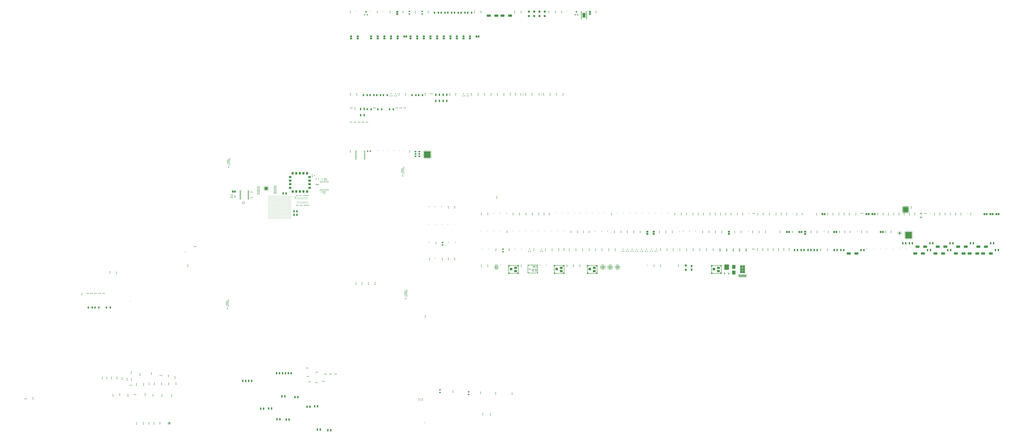
<source format=gbr>
G04*
G04 #@! TF.GenerationSoftware,Altium Limited,Altium Designer,22.11.1 (43)*
G04*
G04 Layer_Color=8421504*
%FSLAX44Y44*%
%MOMM*%
G71*
G04*
G04 #@! TF.SameCoordinates,685F9FB9-B41E-4883-9AF5-229453B53175*
G04*
G04*
G04 #@! TF.FilePolarity,Positive*
G04*
G01*
G75*
%ADD11R,1.0160X0.7112*%
G04:AMPARAMS|DCode=12|XSize=0.508mm|YSize=0.508mm|CornerRadius=0.1524mm|HoleSize=0mm|Usage=FLASHONLY|Rotation=180.000|XOffset=0mm|YOffset=0mm|HoleType=Round|Shape=RoundedRectangle|*
%AMROUNDEDRECTD12*
21,1,0.5080,0.2032,0,0,180.0*
21,1,0.2032,0.5080,0,0,180.0*
1,1,0.3048,-0.1016,0.1016*
1,1,0.3048,0.1016,0.1016*
1,1,0.3048,0.1016,-0.1016*
1,1,0.3048,-0.1016,-0.1016*
%
%ADD12ROUNDEDRECTD12*%
%ADD13R,0.5500X0.3000*%
%ADD14R,0.5500X0.4000*%
G04:AMPARAMS|DCode=15|XSize=0.889mm|YSize=0.8636mm|CornerRadius=0.1511mm|HoleSize=0mm|Usage=FLASHONLY|Rotation=180.000|XOffset=0mm|YOffset=0mm|HoleType=Round|Shape=RoundedRectangle|*
%AMROUNDEDRECTD15*
21,1,0.8890,0.5613,0,0,180.0*
21,1,0.5867,0.8636,0,0,180.0*
1,1,0.3023,-0.2934,0.2807*
1,1,0.3023,0.2934,0.2807*
1,1,0.3023,0.2934,-0.2807*
1,1,0.3023,-0.2934,-0.2807*
%
%ADD15ROUNDEDRECTD15*%
G04:AMPARAMS|DCode=16|XSize=0.889mm|YSize=0.7874mm|CornerRadius=0.1535mm|HoleSize=0mm|Usage=FLASHONLY|Rotation=270.000|XOffset=0mm|YOffset=0mm|HoleType=Round|Shape=RoundedRectangle|*
%AMROUNDEDRECTD16*
21,1,0.8890,0.4803,0,0,270.0*
21,1,0.5819,0.7874,0,0,270.0*
1,1,0.3071,-0.2402,-0.2910*
1,1,0.3071,-0.2402,0.2910*
1,1,0.3071,0.2402,0.2910*
1,1,0.3071,0.2402,-0.2910*
%
%ADD16ROUNDEDRECTD16*%
G04:AMPARAMS|DCode=17|XSize=0.889mm|YSize=0.7874mm|CornerRadius=0.1535mm|HoleSize=0mm|Usage=FLASHONLY|Rotation=180.000|XOffset=0mm|YOffset=0mm|HoleType=Round|Shape=RoundedRectangle|*
%AMROUNDEDRECTD17*
21,1,0.8890,0.4803,0,0,180.0*
21,1,0.5819,0.7874,0,0,180.0*
1,1,0.3071,-0.2910,0.2402*
1,1,0.3071,0.2910,0.2402*
1,1,0.3071,0.2910,-0.2402*
1,1,0.3071,-0.2910,-0.2402*
%
%ADD17ROUNDEDRECTD17*%
%ADD18R,0.2500X0.8000*%
%ADD19R,0.8000X0.2500*%
G04:AMPARAMS|DCode=20|XSize=3.4mm|YSize=3.4mm|CornerRadius=0mm|HoleSize=0mm|Usage=FLASHONLY|Rotation=270.000|XOffset=0mm|YOffset=0mm|HoleType=Round|Shape=RoundedRectangle|*
%AMROUNDEDRECTD20*
21,1,3.4000,3.4000,0,0,270.0*
21,1,3.4000,3.4000,0,0,270.0*
1,1,0.0000,-1.7000,-1.7000*
1,1,0.0000,-1.7000,1.7000*
1,1,0.0000,1.7000,1.7000*
1,1,0.0000,1.7000,-1.7000*
%
%ADD20ROUNDEDRECTD20*%
%ADD21C,0.4500*%
G04:AMPARAMS|DCode=22|XSize=2.5mm|YSize=1.5mm|CornerRadius=0.3mm|HoleSize=0mm|Usage=FLASHONLY|Rotation=90.000|XOffset=0mm|YOffset=0mm|HoleType=Round|Shape=RoundedRectangle|*
%AMROUNDEDRECTD22*
21,1,2.5000,0.9000,0,0,90.0*
21,1,1.9000,1.5000,0,0,90.0*
1,1,0.6000,0.4500,0.9500*
1,1,0.6000,0.4500,-0.9500*
1,1,0.6000,-0.4500,-0.9500*
1,1,0.6000,-0.4500,0.9500*
%
%ADD22ROUNDEDRECTD22*%
%ADD23R,1.7018X0.7620*%
G04:AMPARAMS|DCode=24|XSize=1.7018mm|YSize=0.762mm|CornerRadius=0.1905mm|HoleSize=0mm|Usage=FLASHONLY|Rotation=180.000|XOffset=0mm|YOffset=0mm|HoleType=Round|Shape=RoundedRectangle|*
%AMROUNDEDRECTD24*
21,1,1.7018,0.3810,0,0,180.0*
21,1,1.3208,0.7620,0,0,180.0*
1,1,0.3810,-0.6604,0.1905*
1,1,0.3810,0.6604,0.1905*
1,1,0.3810,0.6604,-0.1905*
1,1,0.3810,-0.6604,-0.1905*
%
%ADD24ROUNDEDRECTD24*%
G04:AMPARAMS|DCode=26|XSize=0.889mm|YSize=0.8636mm|CornerRadius=0.1511mm|HoleSize=0mm|Usage=FLASHONLY|Rotation=90.000|XOffset=0mm|YOffset=0mm|HoleType=Round|Shape=RoundedRectangle|*
%AMROUNDEDRECTD26*
21,1,0.8890,0.5613,0,0,90.0*
21,1,0.5867,0.8636,0,0,90.0*
1,1,0.3023,0.2807,0.2934*
1,1,0.3023,0.2807,-0.2934*
1,1,0.3023,-0.2807,-0.2934*
1,1,0.3023,-0.2807,0.2934*
%
%ADD26ROUNDEDRECTD26*%
G04:AMPARAMS|DCode=27|XSize=1.8034mm|YSize=1.1938mm|CornerRadius=0.203mm|HoleSize=0mm|Usage=FLASHONLY|Rotation=180.000|XOffset=0mm|YOffset=0mm|HoleType=Round|Shape=RoundedRectangle|*
%AMROUNDEDRECTD27*
21,1,1.8034,0.7879,0,0,180.0*
21,1,1.3975,1.1938,0,0,180.0*
1,1,0.4059,-0.6988,0.3940*
1,1,0.4059,0.6988,0.3940*
1,1,0.4059,0.6988,-0.3940*
1,1,0.4059,-0.6988,-0.3940*
%
%ADD27ROUNDEDRECTD27*%
%ADD30O,1.6000X0.3000*%
%ADD31R,1.2000X1.2000*%
G04:AMPARAMS|DCode=32|XSize=1.2mm|YSize=1.2mm|CornerRadius=0.3mm|HoleSize=0mm|Usage=FLASHONLY|Rotation=0.000|XOffset=0mm|YOffset=0mm|HoleType=Round|Shape=RoundedRectangle|*
%AMROUNDEDRECTD32*
21,1,1.2000,0.6000,0,0,0.0*
21,1,0.6000,1.2000,0,0,0.0*
1,1,0.6000,0.3000,-0.3000*
1,1,0.6000,-0.3000,-0.3000*
1,1,0.6000,-0.3000,0.3000*
1,1,0.6000,0.3000,0.3000*
%
%ADD32ROUNDEDRECTD32*%
%ADD33R,1.6000X1.5000*%
%ADD34R,0.4572X0.3048*%
G04:AMPARAMS|DCode=35|XSize=2.26mm|YSize=2.16mm|CornerRadius=0.54mm|HoleSize=0mm|Usage=FLASHONLY|Rotation=180.000|XOffset=0mm|YOffset=0mm|HoleType=Round|Shape=RoundedRectangle|*
%AMROUNDEDRECTD35*
21,1,2.2600,1.0800,0,0,180.0*
21,1,1.1800,2.1600,0,0,180.0*
1,1,1.0800,-0.5900,0.5400*
1,1,1.0800,0.5900,0.5400*
1,1,1.0800,0.5900,-0.5400*
1,1,1.0800,-0.5900,-0.5400*
%
%ADD35ROUNDEDRECTD35*%
G04:AMPARAMS|DCode=36|XSize=4.4mm|YSize=2.5mm|CornerRadius=0.625mm|HoleSize=0mm|Usage=FLASHONLY|Rotation=0.000|XOffset=0mm|YOffset=0mm|HoleType=Round|Shape=RoundedRectangle|*
%AMROUNDEDRECTD36*
21,1,4.4000,1.2500,0,0,0.0*
21,1,3.1500,2.5000,0,0,0.0*
1,1,1.2500,1.5750,-0.6250*
1,1,1.2500,-1.5750,-0.6250*
1,1,1.2500,-1.5750,0.6250*
1,1,1.2500,1.5750,0.6250*
%
%ADD36ROUNDEDRECTD36*%
G04:AMPARAMS|DCode=41|XSize=1mm|YSize=0.8mm|CornerRadius=0.2mm|HoleSize=0mm|Usage=FLASHONLY|Rotation=180.000|XOffset=0mm|YOffset=0mm|HoleType=Round|Shape=RoundedRectangle|*
%AMROUNDEDRECTD41*
21,1,1.0000,0.4000,0,0,180.0*
21,1,0.6000,0.8000,0,0,180.0*
1,1,0.4000,-0.3000,0.2000*
1,1,0.4000,0.3000,0.2000*
1,1,0.4000,0.3000,-0.2000*
1,1,0.4000,-0.3000,-0.2000*
%
%ADD41ROUNDEDRECTD41*%
%ADD42R,0.7112X1.0160*%
G04:AMPARAMS|DCode=44|XSize=1mm|YSize=0.8mm|CornerRadius=0.2mm|HoleSize=0mm|Usage=FLASHONLY|Rotation=90.000|XOffset=0mm|YOffset=0mm|HoleType=Round|Shape=RoundedRectangle|*
%AMROUNDEDRECTD44*
21,1,1.0000,0.4000,0,0,90.0*
21,1,0.6000,0.8000,0,0,90.0*
1,1,0.4000,0.2000,0.3000*
1,1,0.4000,0.2000,-0.3000*
1,1,0.4000,-0.2000,-0.3000*
1,1,0.4000,-0.2000,0.3000*
%
%ADD44ROUNDEDRECTD44*%
%ADD45O,0.8000X0.2300*%
%ADD46O,0.2300X0.8000*%
%ADD47R,7.4000X7.4000*%
G04:AMPARAMS|DCode=49|XSize=1.8034mm|YSize=1.1938mm|CornerRadius=0.203mm|HoleSize=0mm|Usage=FLASHONLY|Rotation=90.000|XOffset=0mm|YOffset=0mm|HoleType=Round|Shape=RoundedRectangle|*
%AMROUNDEDRECTD49*
21,1,1.8034,0.7879,0,0,90.0*
21,1,1.3975,1.1938,0,0,90.0*
1,1,0.4059,0.3940,0.6988*
1,1,0.4059,0.3940,-0.6988*
1,1,0.4059,-0.3940,-0.6988*
1,1,0.4059,-0.3940,0.6988*
%
%ADD49ROUNDEDRECTD49*%
%ADD50R,1.3970X0.6350*%
%ADD52R,0.8000X1.2000*%
%ADD56O,0.8500X0.2800*%
%ADD57O,0.2800X0.8500*%
%ADD58R,5.6000X5.6000*%
%ADD59R,0.4200X0.5000*%
%ADD60O,0.4000X1.8000*%
%ADD61O,0.8000X0.2000*%
%ADD62O,0.2000X0.8000*%
%ADD63R,2.1000X2.1000*%
G04:AMPARAMS|DCode=64|XSize=1.397mm|YSize=1.0922mm|CornerRadius=0.2021mm|HoleSize=0mm|Usage=FLASHONLY|Rotation=180.000|XOffset=0mm|YOffset=0mm|HoleType=Round|Shape=RoundedRectangle|*
%AMROUNDEDRECTD64*
21,1,1.3970,0.6881,0,0,180.0*
21,1,0.9929,1.0922,0,0,180.0*
1,1,0.4041,-0.4964,0.3440*
1,1,0.4041,0.4964,0.3440*
1,1,0.4041,0.4964,-0.3440*
1,1,0.4041,-0.4964,-0.3440*
%
%ADD64ROUNDEDRECTD64*%
G04:AMPARAMS|DCode=65|XSize=3.06mm|YSize=0.89mm|CornerRadius=0.2225mm|HoleSize=0mm|Usage=FLASHONLY|Rotation=90.000|XOffset=0mm|YOffset=0mm|HoleType=Round|Shape=RoundedRectangle|*
%AMROUNDEDRECTD65*
21,1,3.0600,0.4450,0,0,90.0*
21,1,2.6150,0.8900,0,0,90.0*
1,1,0.4450,0.2225,1.3075*
1,1,0.4450,0.2225,-1.3075*
1,1,0.4450,-0.2225,-1.3075*
1,1,0.4450,-0.2225,1.3075*
%
%ADD65ROUNDEDRECTD65*%
%ADD67R,3.8100X4.2418*%
%ADD68R,0.9500X2.0000*%
%ADD69R,5.1500X6.0000*%
%ADD70R,0.9500X0.6000*%
%ADD71R,0.6000X0.9500*%
%ADD72R,1.7000X1.6000*%
G04:AMPARAMS|DCode=73|XSize=1.6mm|YSize=1.7mm|CornerRadius=0.4mm|HoleSize=0mm|Usage=FLASHONLY|Rotation=270.000|XOffset=0mm|YOffset=0mm|HoleType=Round|Shape=RoundedRectangle|*
%AMROUNDEDRECTD73*
21,1,1.6000,0.9000,0,0,270.0*
21,1,0.8000,1.7000,0,0,270.0*
1,1,0.8000,-0.4500,-0.4000*
1,1,0.8000,-0.4500,0.4000*
1,1,0.8000,0.4500,0.4000*
1,1,0.8000,0.4500,-0.4000*
%
%ADD73ROUNDEDRECTD73*%
%ADD74R,3.1000X2.3500*%
%ADD75R,2.8000X2.8000*%
%ADD76R,1.7000X2.5000*%
G04:AMPARAMS|DCode=78|XSize=0.24mm|YSize=0.6mm|CornerRadius=0.0492mm|HoleSize=0mm|Usage=FLASHONLY|Rotation=90.000|XOffset=0mm|YOffset=0mm|HoleType=Round|Shape=RoundedRectangle|*
%AMROUNDEDRECTD78*
21,1,0.2400,0.5016,0,0,90.0*
21,1,0.1416,0.6000,0,0,90.0*
1,1,0.0984,0.2508,0.0708*
1,1,0.0984,0.2508,-0.0708*
1,1,0.0984,-0.2508,-0.0708*
1,1,0.0984,-0.2508,0.0708*
%
%ADD78ROUNDEDRECTD78*%
%ADD89C,0.1270*%
%ADD138R,2.2860X1.9050*%
%ADD139R,3.1000X5.1600*%
%ADD140R,1.9050X2.2860*%
%ADD141R,2.5750X2.7100*%
%ADD142R,1.3000X1.3000*%
%ADD143R,1.0400X0.5000*%
%ADD144R,0.8500X0.8500*%
%ADD145R,1.2800X0.7300*%
%ADD146R,0.8000X1.2800*%
%ADD147R,1.4700X1.2400*%
G04:AMPARAMS|DCode=148|XSize=0.6mm|YSize=0.8mm|CornerRadius=0.1375mm|HoleSize=0mm|Usage=FLASHONLY|Rotation=0.000|XOffset=0mm|YOffset=0mm|HoleType=Round|Shape=RoundedRectangle|*
%AMROUNDEDRECTD148*
21,1,0.6000,0.5250,0,0,0.0*
21,1,0.3250,0.8000,0,0,0.0*
1,1,0.2750,0.1625,-0.2625*
1,1,0.2750,-0.1625,-0.2625*
1,1,0.2750,-0.1625,0.2625*
1,1,0.2750,0.1625,0.2625*
%
%ADD148ROUNDEDRECTD148*%
G04:AMPARAMS|DCode=149|XSize=2.13mm|YSize=1.57mm|CornerRadius=0.38mm|HoleSize=0mm|Usage=FLASHONLY|Rotation=90.000|XOffset=0mm|YOffset=0mm|HoleType=Round|Shape=RoundedRectangle|*
%AMROUNDEDRECTD149*
21,1,2.1300,0.8100,0,0,90.0*
21,1,1.3700,1.5700,0,0,90.0*
1,1,0.7600,0.4050,0.6850*
1,1,0.7600,0.4050,-0.6850*
1,1,0.7600,-0.4050,-0.6850*
1,1,0.7600,-0.4050,0.6850*
%
%ADD149ROUNDEDRECTD149*%
%ADD150R,0.9500X0.5000*%
%ADD151R,1.3500X2.7000*%
%ADD152R,1.9000X1.5000*%
%ADD153R,0.4590X2.1990*%
G04:AMPARAMS|DCode=154|XSize=0.25mm|YSize=0.4mm|CornerRadius=0.05mm|HoleSize=0mm|Usage=FLASHONLY|Rotation=90.000|XOffset=0mm|YOffset=0mm|HoleType=Round|Shape=RoundedRectangle|*
%AMROUNDEDRECTD154*
21,1,0.2500,0.3000,0,0,90.0*
21,1,0.1500,0.4000,0,0,90.0*
1,1,0.1000,0.1500,0.0750*
1,1,0.1000,0.1500,-0.0750*
1,1,0.1000,-0.1500,-0.0750*
1,1,0.1000,-0.1500,0.0750*
%
%ADD154ROUNDEDRECTD154*%
%ADD155R,2.7500X2.2500*%
%ADD156R,2.2500X2.7500*%
G04:AMPARAMS|DCode=157|XSize=0.3mm|YSize=0.95mm|CornerRadius=0.0625mm|HoleSize=0mm|Usage=FLASHONLY|Rotation=90.000|XOffset=0mm|YOffset=0mm|HoleType=Round|Shape=RoundedRectangle|*
%AMROUNDEDRECTD157*
21,1,0.3000,0.8250,0,0,90.0*
21,1,0.1750,0.9500,0,0,90.0*
1,1,0.1250,0.4125,0.0875*
1,1,0.1250,0.4125,-0.0875*
1,1,0.1250,-0.4125,-0.0875*
1,1,0.1250,-0.4125,0.0875*
%
%ADD157ROUNDEDRECTD157*%
G04:AMPARAMS|DCode=158|XSize=0.3mm|YSize=0.95mm|CornerRadius=0.0625mm|HoleSize=0mm|Usage=FLASHONLY|Rotation=0.000|XOffset=0mm|YOffset=0mm|HoleType=Round|Shape=RoundedRectangle|*
%AMROUNDEDRECTD158*
21,1,0.3000,0.8250,0,0,0.0*
21,1,0.1750,0.9500,0,0,0.0*
1,1,0.1250,0.0875,-0.4125*
1,1,0.1250,-0.0875,-0.4125*
1,1,0.1250,-0.0875,0.4125*
1,1,0.1250,0.0875,0.4125*
%
%ADD158ROUNDEDRECTD158*%
%ADD159R,0.5500X0.9000*%
%ADD160R,0.9000X0.5500*%
G04:AMPARAMS|DCode=161|XSize=0.9mm|YSize=0.25mm|CornerRadius=0.05mm|HoleSize=0mm|Usage=FLASHONLY|Rotation=0.000|XOffset=0mm|YOffset=0mm|HoleType=Round|Shape=RoundedRectangle|*
%AMROUNDEDRECTD161*
21,1,0.9000,0.1500,0,0,0.0*
21,1,0.8000,0.2500,0,0,0.0*
1,1,0.1000,0.4000,-0.0750*
1,1,0.1000,-0.4000,-0.0750*
1,1,0.1000,-0.4000,0.0750*
1,1,0.1000,0.4000,0.0750*
%
%ADD161ROUNDEDRECTD161*%
G36*
X21016Y1691622D02*
X21926Y1691245D01*
X22745Y1690698D01*
X23442Y1690001D01*
X23989Y1689182D01*
X24366Y1688272D01*
X24558Y1687307D01*
Y1686814D01*
Y1686322D01*
X24366Y1685356D01*
X23989Y1684446D01*
X23442Y1683627D01*
X22745Y1682930D01*
X21926Y1682383D01*
X21016Y1682006D01*
X20050Y1681814D01*
X19066D01*
X18099Y1682006D01*
X17190Y1682383D01*
X16371Y1682930D01*
X15674Y1683627D01*
X15127Y1684446D01*
X14750Y1685356D01*
X14558Y1686322D01*
Y1686814D01*
Y1687307D01*
X14750Y1688272D01*
X15127Y1689182D01*
X15674Y1690001D01*
X16371Y1690698D01*
X17190Y1691245D01*
X18099Y1691622D01*
X19066Y1691814D01*
X20050D01*
X21016Y1691622D01*
D02*
G37*
G36*
X1948876Y1594340D02*
X1949786Y1593963D01*
X1950605Y1593416D01*
X1951302Y1592719D01*
X1951849Y1591900D01*
X1952226Y1590990D01*
X1952418Y1590025D01*
Y1589532D01*
Y1589039D01*
X1952226Y1588073D01*
X1951849Y1587164D01*
X1951302Y1586345D01*
X1950605Y1585648D01*
X1949786Y1585101D01*
X1948876Y1584724D01*
X1947910Y1584532D01*
X1946926D01*
X1945959Y1584724D01*
X1945050Y1585101D01*
X1944231Y1585648D01*
X1943534Y1586345D01*
X1942987Y1587164D01*
X1942610Y1588073D01*
X1942418Y1589039D01*
Y1589532D01*
Y1590025D01*
X1942610Y1590990D01*
X1942987Y1591900D01*
X1943534Y1592719D01*
X1944231Y1593416D01*
X1945050Y1593963D01*
X1945959Y1594340D01*
X1946926Y1594532D01*
X1947910D01*
X1948876Y1594340D01*
D02*
G37*
G36*
X439337Y1466689D02*
X439337Y1457989D01*
X430637D01*
X430637Y1466689D01*
X439337Y1466689D01*
D02*
G37*
G36*
X450037Y1457989D02*
X441337D01*
X441337Y1466689D01*
X450037D01*
X450037Y1457989D01*
D02*
G37*
G36*
X428637D02*
X419937D01*
X419937Y1466689D01*
X428637D01*
X428637Y1457989D01*
D02*
G37*
G36*
X450037Y1447289D02*
X441337Y1447289D01*
Y1455989D01*
X450037D01*
Y1447289D01*
D02*
G37*
G36*
X439337Y1447289D02*
X430637Y1447289D01*
Y1455989D01*
X439337Y1455989D01*
Y1447289D01*
D02*
G37*
G36*
X428637D02*
X419937D01*
X419937Y1455989D01*
X428637D01*
X428637Y1447289D01*
D02*
G37*
G36*
X450037Y1445289D02*
Y1436589D01*
X441337D01*
Y1445289D01*
X450037Y1445289D01*
D02*
G37*
G36*
X428637Y1436589D02*
X419937D01*
X419937Y1445289D01*
X428637Y1445289D01*
Y1436589D01*
D02*
G37*
G36*
X439337Y1436589D02*
X430637Y1436589D01*
Y1445289D01*
X439337D01*
X439337Y1436589D01*
D02*
G37*
G36*
X3344240Y517880D02*
Y510680D01*
X3329540D01*
Y523080D01*
X3338340D01*
X3344240Y517880D01*
D02*
G37*
G36*
X1983166Y232646D02*
X1984076Y232269D01*
X1984895Y231722D01*
X1985592Y231025D01*
X1986139Y230206D01*
X1986516Y229296D01*
X1986708Y228330D01*
Y227838D01*
Y227346D01*
X1986516Y226380D01*
X1986139Y225470D01*
X1985592Y224651D01*
X1984895Y223954D01*
X1984076Y223407D01*
X1983166Y223030D01*
X1982200Y222838D01*
X1981216D01*
X1980249Y223030D01*
X1979340Y223407D01*
X1978521Y223954D01*
X1977824Y224651D01*
X1977277Y225470D01*
X1976900Y226380D01*
X1976708Y227346D01*
Y227838D01*
Y228330D01*
X1976900Y229296D01*
X1977277Y230206D01*
X1977824Y231025D01*
X1978521Y231722D01*
X1979340Y232269D01*
X1980249Y232646D01*
X1981216Y232838D01*
X1982200D01*
X1983166Y232646D01*
D02*
G37*
G36*
X7808Y122410D02*
X8718Y122033D01*
X9537Y121486D01*
X10234Y120789D01*
X10781Y119970D01*
X11158Y119060D01*
X11350Y118095D01*
Y117602D01*
Y117109D01*
X11158Y116144D01*
X10781Y115234D01*
X10234Y114415D01*
X9537Y113718D01*
X8718Y113171D01*
X7808Y112794D01*
X6842Y112602D01*
X5857D01*
X4891Y112794D01*
X3982Y113171D01*
X3163Y113718D01*
X2466Y114415D01*
X1919Y115234D01*
X1542Y116144D01*
X1350Y117109D01*
Y117602D01*
Y118095D01*
X1542Y119060D01*
X1919Y119970D01*
X2466Y120789D01*
X3163Y121486D01*
X3982Y122033D01*
X4891Y122410D01*
X5857Y122602D01*
X6842D01*
X7808Y122410D01*
D02*
G37*
G36*
X-636250Y-1136000D02*
X-634750Y-1136000D01*
X-634750Y-1136000D01*
X-634651Y-1136000D01*
X-634467Y-1136076D01*
X-634326Y-1136216D01*
X-634250Y-1136400D01*
Y-1136499D01*
X-634249Y-1138899D01*
X-634249Y-1138899D01*
X-634249Y-1138999D01*
X-634325Y-1139183D01*
X-634466Y-1139324D01*
X-634651Y-1139400D01*
X-634750Y-1139400D01*
X-636250Y-1139400D01*
X-636250Y-1139400D01*
X-636350Y-1139400D01*
X-636534Y-1139323D01*
X-636674Y-1139183D01*
X-636750Y-1138999D01*
X-636750Y-1138899D01*
X-636750Y-1136500D01*
X-636750D01*
X-636750Y-1136400D01*
X-636674Y-1136217D01*
X-636533Y-1136076D01*
X-636349Y-1136000D01*
X-636250Y-1136000D01*
D02*
G37*
G36*
X-641250D02*
X-639750Y-1136000D01*
X-639750Y-1136000D01*
X-639651Y-1136000D01*
X-639467Y-1136076D01*
X-639326Y-1136216D01*
X-639250Y-1136400D01*
Y-1136499D01*
X-639249Y-1138899D01*
X-639249Y-1138899D01*
X-639249Y-1138999D01*
X-639325Y-1139183D01*
X-639466Y-1139324D01*
X-639651Y-1139400D01*
X-639750Y-1139400D01*
X-641250Y-1139400D01*
X-641250Y-1139400D01*
X-641350Y-1139400D01*
X-641534Y-1139323D01*
X-641674Y-1139183D01*
X-641750Y-1138999D01*
X-641750Y-1138899D01*
X-641750Y-1136500D01*
X-641750D01*
X-641750Y-1136400D01*
X-641674Y-1136217D01*
X-641533Y-1136076D01*
X-641349Y-1136000D01*
X-641250Y-1136000D01*
D02*
G37*
G36*
X-631501Y-1141400D02*
X-631302Y-1141399D01*
X-630935Y-1141551D01*
X-630653Y-1141832D01*
X-630501Y-1142200D01*
X-630501Y-1142399D01*
X-630501Y-1151001D01*
X-630501Y-1151001D01*
X-630501Y-1151199D01*
X-630653Y-1151566D01*
X-630934Y-1151848D01*
X-631301Y-1152000D01*
X-631500Y-1152000D01*
X-644500Y-1152000D01*
X-644500Y-1152000D01*
X-644699Y-1152000D01*
X-645067Y-1151848D01*
X-645348Y-1151567D01*
X-645500Y-1151199D01*
X-645500Y-1151000D01*
X-645501Y-1142401D01*
Y-1142401D01*
X-645501Y-1142202D01*
X-645349Y-1141834D01*
X-645067Y-1141552D01*
X-644699Y-1141400D01*
X-644500Y-1141400D01*
X-631501Y-1141399D01*
X-631501Y-1141400D01*
D02*
G37*
G36*
X-631500Y-1154000D02*
X-631301Y-1154000D01*
X-630933Y-1154152D01*
X-630652Y-1154433D01*
X-630500Y-1154801D01*
X-630500Y-1155000D01*
X-630499Y-1163599D01*
X-630499Y-1163599D01*
X-630499Y-1163798D01*
X-630651Y-1164166D01*
X-630933Y-1164448D01*
X-631301Y-1164600D01*
X-631500Y-1164600D01*
X-644499Y-1164601D01*
X-644499Y-1164601D01*
X-644698Y-1164601D01*
X-645065Y-1164449D01*
X-645347Y-1164168D01*
X-645499Y-1163800D01*
X-645499Y-1163602D01*
X-645499Y-1154999D01*
X-645499D01*
X-645499Y-1154801D01*
X-645347Y-1154434D01*
X-645066Y-1154153D01*
X-644699Y-1154000D01*
X-644500Y-1154000D01*
X-631500Y-1154000D01*
X-631500Y-1154000D01*
D02*
G37*
G36*
X-636250Y-1166600D02*
X-634750Y-1166600D01*
X-634750Y-1166600D01*
X-634650Y-1166600D01*
X-634467Y-1166677D01*
X-634326Y-1166817D01*
X-634250Y-1167001D01*
X-634250Y-1167101D01*
X-634250Y-1169500D01*
X-634250Y-1169500D01*
X-634250Y-1169600D01*
X-634326Y-1169783D01*
X-634467Y-1169924D01*
X-634651Y-1170000D01*
X-634750Y-1170000D01*
X-636250Y-1170000D01*
X-636250Y-1170000D01*
X-636349Y-1170000D01*
X-636533Y-1169924D01*
X-636674Y-1169784D01*
X-636750Y-1169600D01*
Y-1169501D01*
X-636751Y-1167101D01*
Y-1167101D01*
X-636751Y-1167001D01*
X-636675Y-1166817D01*
X-636534Y-1166676D01*
X-636349Y-1166600D01*
X-636250Y-1166600D01*
D02*
G37*
G36*
X-641250D02*
X-639750Y-1166600D01*
X-639750Y-1166600D01*
X-639650Y-1166600D01*
X-639467Y-1166677D01*
X-639326Y-1166817D01*
X-639250Y-1167001D01*
X-639250Y-1167101D01*
X-639250Y-1169500D01*
X-639250Y-1169500D01*
X-639250Y-1169600D01*
X-639326Y-1169783D01*
X-639467Y-1169924D01*
X-639651Y-1170000D01*
X-639750Y-1170000D01*
X-641250Y-1170000D01*
X-641250Y-1170000D01*
X-641349Y-1170000D01*
X-641533Y-1169924D01*
X-641674Y-1169784D01*
X-641750Y-1169600D01*
Y-1169501D01*
X-641751Y-1167101D01*
Y-1167101D01*
X-641751Y-1167001D01*
X-641675Y-1166817D01*
X-641534Y-1166676D01*
X-641349Y-1166600D01*
X-641250Y-1166600D01*
D02*
G37*
D11*
X945642Y1605534D02*
D03*
X969010Y1596136D02*
D03*
X945642Y1586738D02*
D03*
D12*
X1058926Y1557655D02*
D03*
X1058926Y1548765D02*
D03*
X1046480Y1557655D02*
D03*
X1046480Y1548765D02*
D03*
X2192000Y-1150870D02*
D03*
Y-1141980D02*
D03*
X1056786Y1408430D02*
D03*
Y1417320D02*
D03*
X1044340Y1408684D02*
D03*
Y1417574D02*
D03*
X-459000Y739555D02*
D03*
Y748445D02*
D03*
X3097780Y1170655D02*
D03*
Y1179545D02*
D03*
X3026660Y1170655D02*
D03*
Y1179545D02*
D03*
X2955540Y1170655D02*
D03*
Y1179545D02*
D03*
X2374940Y1245655D02*
D03*
Y1254545D02*
D03*
X2303820Y1245655D02*
D03*
Y1254545D02*
D03*
X2237780Y1245655D02*
D03*
Y1254545D02*
D03*
X5190740Y972535D02*
D03*
Y981425D02*
D03*
X5119620Y972535D02*
D03*
Y981425D02*
D03*
X5053580Y972535D02*
D03*
Y981425D02*
D03*
X4215380Y972535D02*
D03*
Y981425D02*
D03*
X4149340Y972535D02*
D03*
Y981425D02*
D03*
X4078220Y972535D02*
D03*
Y981425D02*
D03*
X3262880Y774415D02*
D03*
Y783305D02*
D03*
X3189220Y774415D02*
D03*
Y783305D02*
D03*
X2527340Y849415D02*
D03*
Y858305D02*
D03*
X2453680Y849415D02*
D03*
Y858305D02*
D03*
X2237780Y849415D02*
D03*
Y858305D02*
D03*
X4652260Y596615D02*
D03*
Y605505D02*
D03*
X3537200Y596615D02*
D03*
Y605505D02*
D03*
X3466080Y596615D02*
D03*
Y605505D02*
D03*
X3031740Y596615D02*
D03*
Y605505D02*
D03*
X2306360Y671615D02*
D03*
Y680505D02*
D03*
D13*
X84851Y1371528D02*
D03*
Y1366528D02*
D03*
X84851Y1356528D02*
D03*
X84851Y1351528D02*
D03*
X92551Y1371528D02*
D03*
Y1366528D02*
D03*
X92551Y1356528D02*
D03*
X92551Y1351528D02*
D03*
D14*
X84851Y1361528D02*
D03*
X92551D02*
D03*
D15*
X61051Y1363946D02*
D03*
X46065D02*
D03*
X-2221507Y-882000D02*
D03*
X-2236493D02*
D03*
X896986Y-541000D02*
D03*
X882000D02*
D03*
X921986Y-694000D02*
D03*
X907000D02*
D03*
X903986Y-634000D02*
D03*
X889000D02*
D03*
X1001493Y-587000D02*
D03*
X986507D02*
D03*
X1074493Y-687000D02*
D03*
X1059507D02*
D03*
X998493Y-702000D02*
D03*
X983507D02*
D03*
X1211213Y-607400D02*
D03*
X1196227D02*
D03*
X1155333D02*
D03*
X1140347D02*
D03*
X1099453D02*
D03*
X1084467D02*
D03*
X267843Y1348232D02*
D03*
X282829D02*
D03*
X267970Y1411969D02*
D03*
X282956D02*
D03*
X1642053Y2344840D02*
D03*
X1627067D02*
D03*
X1558233Y2187360D02*
D03*
X1543247D02*
D03*
X1515053D02*
D03*
X1500067D02*
D03*
X-1358365Y287380D02*
D03*
X-1373351D02*
D03*
X-1401545D02*
D03*
X-1416531D02*
D03*
X-1447265D02*
D03*
X-1462251D02*
D03*
X-1490445D02*
D03*
X-1505431D02*
D03*
X-1533625D02*
D03*
X-1548611D02*
D03*
X-343507Y807000D02*
D03*
X-358493D02*
D03*
X-1008627Y-834887D02*
D03*
X-1023613D02*
D03*
X827987Y1264040D02*
D03*
X813001D02*
D03*
X883744Y1372345D02*
D03*
X898730D02*
D03*
X854637Y1372605D02*
D03*
X869623D02*
D03*
X821623D02*
D03*
X806637D02*
D03*
X785637Y1372345D02*
D03*
X770651Y1372345D02*
D03*
X772144Y1265005D02*
D03*
X787130D02*
D03*
X887144Y1265005D02*
D03*
X902130D02*
D03*
X872623D02*
D03*
X857637D02*
D03*
D16*
X45932Y1348310D02*
D03*
X61934D02*
D03*
X45573Y1381681D02*
D03*
X61575D02*
D03*
X526384Y1477563D02*
D03*
X542386D02*
D03*
X526136Y1409695D02*
D03*
X542138D02*
D03*
X526440Y1398013D02*
D03*
X542442D02*
D03*
X526384Y1464957D02*
D03*
X542386D02*
D03*
X526384Y1437957D02*
D03*
X542386D02*
D03*
X526384Y1451757D02*
D03*
X542386D02*
D03*
X526261Y1423915D02*
D03*
X542263D02*
D03*
X1083183Y1546352D02*
D03*
X1099185Y1546352D02*
D03*
X1082487Y1560259D02*
D03*
X1098489Y1560259D02*
D03*
X341476Y1415729D02*
D03*
X357478D02*
D03*
X341476Y1388088D02*
D03*
X357478D02*
D03*
X341350Y1428458D02*
D03*
X357352D02*
D03*
X341310Y1440939D02*
D03*
X357312D02*
D03*
X341295Y1455619D02*
D03*
X357297D02*
D03*
X341310Y1469774D02*
D03*
X357312D02*
D03*
X341387Y1400979D02*
D03*
X357389D02*
D03*
X1961839Y2344840D02*
D03*
X1977841D02*
D03*
X1916119D02*
D03*
X1932121D02*
D03*
X1872939D02*
D03*
X1888941D02*
D03*
X1367479D02*
D03*
X1383481D02*
D03*
X1456379Y2187360D02*
D03*
X1472381D02*
D03*
X1410659D02*
D03*
X1426661D02*
D03*
X1367479D02*
D03*
X1383481D02*
D03*
X-737683Y-624447D02*
D03*
X-721681D02*
D03*
X-1069661Y-731127D02*
D03*
X-1053659D02*
D03*
X7725279Y1175100D02*
D03*
X7741281D02*
D03*
X7021699D02*
D03*
X7037701D02*
D03*
X5825359D02*
D03*
X5841361D02*
D03*
D17*
X191262Y1283844D02*
D03*
Y1299846D02*
D03*
X174752Y1283843D02*
D03*
Y1299845D02*
D03*
X1069994Y1399413D02*
D03*
Y1415415D02*
D03*
X1086106Y1399286D02*
D03*
Y1415288D02*
D03*
X-1224000Y505999D02*
D03*
Y522001D02*
D03*
X-1294000Y511999D02*
D03*
Y528001D02*
D03*
X2196986Y22990D02*
D03*
Y38992D02*
D03*
X-432000Y584999D02*
D03*
Y601001D02*
D03*
X2163000Y-897001D02*
D03*
Y-880999D02*
D03*
X2833000Y-1058002D02*
D03*
Y-1042000D02*
D03*
X1641245Y388681D02*
D03*
Y404683D02*
D03*
X1567585Y388681D02*
D03*
Y404683D02*
D03*
X1496465Y388681D02*
D03*
Y404683D02*
D03*
X1430425Y388681D02*
D03*
Y404683D02*
D03*
X2918000Y-1063001D02*
D03*
Y-1046999D02*
D03*
X4085660Y3401099D02*
D03*
Y3417101D02*
D03*
X3707200Y3401099D02*
D03*
Y3417101D02*
D03*
X1949520Y3401099D02*
D03*
Y3417101D02*
D03*
X1807280Y3401099D02*
D03*
Y3417101D02*
D03*
X1665040Y3401099D02*
D03*
Y3417101D02*
D03*
X1367860Y3401099D02*
D03*
Y3417101D02*
D03*
X3577660Y2486699D02*
D03*
Y2502701D02*
D03*
X3506540Y2486699D02*
D03*
Y2502701D02*
D03*
X3379540Y2486699D02*
D03*
Y2502701D02*
D03*
X3308420Y2486699D02*
D03*
Y2502701D02*
D03*
X3067120Y2486699D02*
D03*
Y2502701D02*
D03*
X2996000Y2486699D02*
D03*
Y2502701D02*
D03*
X2924880Y2486699D02*
D03*
Y2502701D02*
D03*
X2853760Y2486699D02*
D03*
Y2502701D02*
D03*
X2533720Y2486699D02*
D03*
Y2502701D02*
D03*
X2467680Y2486699D02*
D03*
Y2502701D02*
D03*
X1977460Y2486699D02*
D03*
Y2502701D02*
D03*
X1906340Y2486699D02*
D03*
Y2502701D02*
D03*
X1438980Y2486699D02*
D03*
Y2502701D02*
D03*
X1367860Y2486699D02*
D03*
Y2502701D02*
D03*
X1418660Y2329219D02*
D03*
Y2345221D02*
D03*
X-1604618Y271759D02*
D03*
Y287761D02*
D03*
X-1057094Y-599428D02*
D03*
Y-583426D02*
D03*
X-962600Y-619748D02*
D03*
Y-603746D02*
D03*
X-835600Y-612128D02*
D03*
Y-596126D02*
D03*
X-647640Y-634988D02*
D03*
Y-618986D02*
D03*
X-573980Y-652768D02*
D03*
Y-636766D02*
D03*
X-563820Y-721348D02*
D03*
Y-705346D02*
D03*
X-645100Y-723888D02*
D03*
Y-707886D02*
D03*
X-723840Y-723888D02*
D03*
Y-707886D02*
D03*
X-802580Y-723888D02*
D03*
Y-707886D02*
D03*
X-861000Y-723126D02*
D03*
Y-707124D02*
D03*
X-921960Y-731508D02*
D03*
Y-715506D02*
D03*
X-1000700Y-731508D02*
D03*
Y-715506D02*
D03*
X-1056000Y-676001D02*
D03*
Y-659999D02*
D03*
X-1105680Y-674365D02*
D03*
Y-658363D02*
D03*
X-1160280Y-665348D02*
D03*
Y-649346D02*
D03*
X-1216160Y-660268D02*
D03*
Y-644266D02*
D03*
X-1277120Y-659760D02*
D03*
Y-643758D02*
D03*
X-1327000Y-660268D02*
D03*
Y-644266D02*
D03*
X-1378000Y-659001D02*
D03*
Y-642999D02*
D03*
X-2147200Y-885161D02*
D03*
Y-869159D02*
D03*
X2988560Y1344899D02*
D03*
Y1360901D02*
D03*
X7578160Y1234479D02*
D03*
Y1250481D02*
D03*
X8236200Y1159479D02*
D03*
Y1175481D02*
D03*
X8126980Y1159479D02*
D03*
Y1175481D02*
D03*
X8010140Y1159479D02*
D03*
Y1175481D02*
D03*
X7893300Y1159479D02*
D03*
Y1175481D02*
D03*
X7834880Y1159479D02*
D03*
Y1175481D02*
D03*
X7616440Y1159479D02*
D03*
Y1175481D02*
D03*
X7558020Y1159479D02*
D03*
Y1175481D02*
D03*
X7499600Y1159479D02*
D03*
Y1175481D02*
D03*
X7382760Y1159479D02*
D03*
Y1175481D02*
D03*
X7324340Y1159479D02*
D03*
Y1175481D02*
D03*
X7207500Y1159479D02*
D03*
Y1175481D02*
D03*
X6963660Y1159479D02*
D03*
Y1175481D02*
D03*
X6834120Y1159479D02*
D03*
Y1175481D02*
D03*
X6775700Y1159479D02*
D03*
Y1175481D02*
D03*
X6651240Y1159479D02*
D03*
Y1175481D02*
D03*
X6529320Y1159479D02*
D03*
Y1175481D02*
D03*
X6310880Y1159479D02*
D03*
Y1175481D02*
D03*
X6196580Y1159479D02*
D03*
Y1175481D02*
D03*
X6138160Y1159479D02*
D03*
Y1175481D02*
D03*
X6079740Y1159479D02*
D03*
Y1175481D02*
D03*
X5879080Y1159479D02*
D03*
Y1175481D02*
D03*
X5711440Y1159479D02*
D03*
Y1175481D02*
D03*
X5653020Y1159479D02*
D03*
Y1175481D02*
D03*
X5523480Y1159479D02*
D03*
Y1175481D02*
D03*
X5465060Y1159479D02*
D03*
Y1175481D02*
D03*
X5406640Y1159479D02*
D03*
Y1175481D02*
D03*
X5348220Y1159479D02*
D03*
Y1175481D02*
D03*
X5218680Y1159479D02*
D03*
Y1175481D02*
D03*
X5160260Y1159479D02*
D03*
Y1175481D02*
D03*
X5030720Y1159479D02*
D03*
Y1175481D02*
D03*
X3511800Y1159479D02*
D03*
Y1175481D02*
D03*
X3453380Y1159479D02*
D03*
Y1175481D02*
D03*
X7296400Y961359D02*
D03*
Y977361D02*
D03*
X7085580Y961359D02*
D03*
Y977361D02*
D03*
X7027160Y961359D02*
D03*
Y977361D02*
D03*
X6841740Y961359D02*
D03*
Y977361D02*
D03*
X6783320Y961359D02*
D03*
Y977361D02*
D03*
X6658860Y961359D02*
D03*
Y977361D02*
D03*
X6534400Y961359D02*
D03*
Y977361D02*
D03*
X6468360Y961359D02*
D03*
Y977361D02*
D03*
X6122920Y961359D02*
D03*
Y977361D02*
D03*
X5962900Y961359D02*
D03*
Y977361D02*
D03*
X5891780Y961359D02*
D03*
Y977361D02*
D03*
X5693660Y961359D02*
D03*
Y977361D02*
D03*
X5622540Y961359D02*
D03*
Y977361D02*
D03*
X4931660Y961359D02*
D03*
Y977361D02*
D03*
X4860540Y961359D02*
D03*
Y977361D02*
D03*
X4789420Y961359D02*
D03*
Y977361D02*
D03*
X3948680Y961359D02*
D03*
Y977361D02*
D03*
X3880100Y961359D02*
D03*
Y977361D02*
D03*
X5310120Y763239D02*
D03*
Y779241D02*
D03*
X5236460Y763239D02*
D03*
Y779241D02*
D03*
X5162800Y763239D02*
D03*
Y779241D02*
D03*
X5089140Y763239D02*
D03*
Y779241D02*
D03*
X5015480Y763239D02*
D03*
Y779241D02*
D03*
X4941820Y763239D02*
D03*
Y779241D02*
D03*
X4873240Y763239D02*
D03*
Y779241D02*
D03*
X4802120Y763239D02*
D03*
Y779241D02*
D03*
X4301740Y763239D02*
D03*
Y779241D02*
D03*
X4228080Y763239D02*
D03*
Y779241D02*
D03*
X4154420Y763239D02*
D03*
Y779241D02*
D03*
X4080760Y763239D02*
D03*
Y779241D02*
D03*
X4012180Y763239D02*
D03*
Y779241D02*
D03*
X3938520Y763239D02*
D03*
Y779241D02*
D03*
X3864860Y763239D02*
D03*
Y779241D02*
D03*
X3791200Y763239D02*
D03*
Y779241D02*
D03*
X3600700Y763239D02*
D03*
Y779241D02*
D03*
X3527040Y763239D02*
D03*
Y779241D02*
D03*
X3397500Y763239D02*
D03*
Y779241D02*
D03*
X2316520Y838239D02*
D03*
Y854241D02*
D03*
X5000240Y585439D02*
D03*
Y601441D02*
D03*
X-1000000Y-1165000D02*
D03*
Y-1148998D02*
D03*
X4802120Y585439D02*
D03*
Y601441D02*
D03*
X-926000Y-1163000D02*
D03*
Y-1146998D02*
D03*
X-808000Y-1161001D02*
D03*
Y-1144999D02*
D03*
X3260340Y585439D02*
D03*
Y601441D02*
D03*
X2889500Y585439D02*
D03*
Y601441D02*
D03*
X2818380Y585439D02*
D03*
Y601441D02*
D03*
X2522260Y660439D02*
D03*
Y676441D02*
D03*
X2385100Y660439D02*
D03*
Y676441D02*
D03*
D18*
X452487Y1476139D02*
D03*
X447487D02*
D03*
X442487Y1476139D02*
D03*
X437487Y1476139D02*
D03*
X432487D02*
D03*
X427487Y1476139D02*
D03*
X422487Y1476139D02*
D03*
X417487D02*
D03*
X417487Y1427139D02*
D03*
X422487D02*
D03*
X427487D02*
D03*
X432487D02*
D03*
X437487D02*
D03*
X442487D02*
D03*
X447487D02*
D03*
X452487Y1427139D02*
D03*
D19*
X410487Y1469139D02*
D03*
Y1464139D02*
D03*
Y1459139D02*
D03*
X410487Y1454139D02*
D03*
Y1449139D02*
D03*
X410487Y1444139D02*
D03*
X410487Y1439139D02*
D03*
Y1434139D02*
D03*
X459487D02*
D03*
Y1439139D02*
D03*
Y1444139D02*
D03*
Y1449139D02*
D03*
Y1454139D02*
D03*
X459487Y1459139D02*
D03*
Y1464139D02*
D03*
Y1469139D02*
D03*
D20*
X434987Y1451639D02*
D03*
D21*
X774637Y1286605D02*
D03*
Y1294605D02*
D03*
Y1302605D02*
D03*
Y1334605D02*
D03*
Y1342605D02*
D03*
Y1350605D02*
D03*
X782637Y1286605D02*
D03*
Y1294605D02*
D03*
Y1302605D02*
D03*
Y1334605D02*
D03*
Y1342605D02*
D03*
Y1350605D02*
D03*
X790637Y1286605D02*
D03*
Y1294605D02*
D03*
Y1302605D02*
D03*
Y1334605D02*
D03*
Y1342605D02*
D03*
Y1350605D02*
D03*
X798637Y1286605D02*
D03*
Y1294605D02*
D03*
Y1302605D02*
D03*
Y1334605D02*
D03*
Y1342605D02*
D03*
Y1350605D02*
D03*
X806637Y1286605D02*
D03*
Y1294605D02*
D03*
Y1302605D02*
D03*
X806637Y1334605D02*
D03*
X806637Y1342605D02*
D03*
Y1350605D02*
D03*
X814637Y1286605D02*
D03*
Y1294605D02*
D03*
Y1302605D02*
D03*
Y1334605D02*
D03*
Y1342605D02*
D03*
Y1350605D02*
D03*
X822637Y1286605D02*
D03*
Y1294605D02*
D03*
Y1302605D02*
D03*
Y1334605D02*
D03*
Y1342605D02*
D03*
Y1350605D02*
D03*
X830637Y1286605D02*
D03*
Y1294605D02*
D03*
Y1302605D02*
D03*
Y1334605D02*
D03*
Y1342605D02*
D03*
Y1350605D02*
D03*
X838637Y1286605D02*
D03*
Y1294605D02*
D03*
Y1302605D02*
D03*
Y1334605D02*
D03*
Y1342605D02*
D03*
Y1350605D02*
D03*
X846637Y1286605D02*
D03*
Y1294605D02*
D03*
X846637Y1302605D02*
D03*
Y1334605D02*
D03*
X846637Y1342605D02*
D03*
Y1350605D02*
D03*
X854637Y1286605D02*
D03*
Y1294605D02*
D03*
Y1302605D02*
D03*
Y1334605D02*
D03*
Y1342605D02*
D03*
Y1350605D02*
D03*
X862637Y1286605D02*
D03*
Y1294605D02*
D03*
Y1302605D02*
D03*
Y1334605D02*
D03*
Y1342605D02*
D03*
Y1350605D02*
D03*
X870637Y1286605D02*
D03*
Y1294605D02*
D03*
Y1302605D02*
D03*
Y1334605D02*
D03*
Y1342605D02*
D03*
Y1350605D02*
D03*
X878637Y1286605D02*
D03*
X878637Y1294605D02*
D03*
Y1302605D02*
D03*
X878637Y1334605D02*
D03*
Y1342605D02*
D03*
X878637Y1350605D02*
D03*
X886637Y1286605D02*
D03*
Y1294605D02*
D03*
X886637Y1302605D02*
D03*
X886637Y1334605D02*
D03*
Y1342605D02*
D03*
Y1350605D02*
D03*
X894637Y1286605D02*
D03*
Y1294605D02*
D03*
Y1302605D02*
D03*
Y1334605D02*
D03*
Y1342605D02*
D03*
Y1350605D02*
D03*
X459000Y1367400D02*
D03*
Y1357400D02*
D03*
Y1337400D02*
D03*
Y1347400D02*
D03*
Y1327400D02*
D03*
Y1317400D02*
D03*
Y1297400D02*
D03*
Y1287400D02*
D03*
Y1277400D02*
D03*
Y1257400D02*
D03*
Y1267400D02*
D03*
Y1307400D02*
D03*
Y1247400D02*
D03*
Y1237400D02*
D03*
Y1227400D02*
D03*
Y1217400D02*
D03*
Y1197400D02*
D03*
Y1207400D02*
D03*
Y1187400D02*
D03*
Y1147400D02*
D03*
Y1137400D02*
D03*
Y1157400D02*
D03*
Y1167400D02*
D03*
Y1177400D02*
D03*
Y1127400D02*
D03*
Y1117400D02*
D03*
X469000Y1367400D02*
D03*
Y1357400D02*
D03*
Y1347400D02*
D03*
Y1337400D02*
D03*
Y1327400D02*
D03*
Y1317400D02*
D03*
Y1307400D02*
D03*
Y1297400D02*
D03*
Y1287400D02*
D03*
Y1277400D02*
D03*
Y1267400D02*
D03*
Y1257400D02*
D03*
Y1247400D02*
D03*
Y1237400D02*
D03*
Y1227400D02*
D03*
Y1217400D02*
D03*
Y1207400D02*
D03*
Y1197400D02*
D03*
Y1187400D02*
D03*
Y1177400D02*
D03*
Y1167400D02*
D03*
Y1157400D02*
D03*
Y1147400D02*
D03*
Y1137400D02*
D03*
Y1127400D02*
D03*
Y1117400D02*
D03*
X479000Y1367400D02*
D03*
Y1357400D02*
D03*
Y1347400D02*
D03*
Y1337400D02*
D03*
Y1327400D02*
D03*
Y1317400D02*
D03*
Y1307400D02*
D03*
Y1297400D02*
D03*
Y1287400D02*
D03*
Y1277400D02*
D03*
Y1267400D02*
D03*
Y1257400D02*
D03*
Y1247400D02*
D03*
Y1237400D02*
D03*
Y1227400D02*
D03*
Y1217400D02*
D03*
Y1207400D02*
D03*
Y1197400D02*
D03*
Y1187400D02*
D03*
Y1177400D02*
D03*
Y1167400D02*
D03*
Y1157400D02*
D03*
Y1147400D02*
D03*
Y1137400D02*
D03*
Y1127400D02*
D03*
Y1117400D02*
D03*
X489000Y1367400D02*
D03*
Y1357400D02*
D03*
Y1347400D02*
D03*
Y1337400D02*
D03*
Y1327400D02*
D03*
Y1317400D02*
D03*
Y1307400D02*
D03*
Y1297400D02*
D03*
Y1287400D02*
D03*
Y1277400D02*
D03*
Y1267400D02*
D03*
Y1257400D02*
D03*
Y1247400D02*
D03*
Y1237400D02*
D03*
Y1227400D02*
D03*
Y1217400D02*
D03*
Y1207400D02*
D03*
Y1197400D02*
D03*
Y1187400D02*
D03*
Y1177400D02*
D03*
Y1167400D02*
D03*
Y1157400D02*
D03*
Y1147400D02*
D03*
Y1137400D02*
D03*
Y1127400D02*
D03*
Y1117400D02*
D03*
X499000Y1367400D02*
D03*
Y1357400D02*
D03*
Y1347400D02*
D03*
Y1337400D02*
D03*
Y1327400D02*
D03*
Y1317400D02*
D03*
Y1307400D02*
D03*
Y1297400D02*
D03*
Y1287400D02*
D03*
Y1277400D02*
D03*
Y1267400D02*
D03*
Y1257400D02*
D03*
Y1247400D02*
D03*
Y1237400D02*
D03*
Y1227400D02*
D03*
Y1217400D02*
D03*
Y1207400D02*
D03*
Y1197400D02*
D03*
Y1187400D02*
D03*
Y1177400D02*
D03*
Y1167400D02*
D03*
Y1157400D02*
D03*
Y1147400D02*
D03*
Y1137400D02*
D03*
Y1127400D02*
D03*
Y1117400D02*
D03*
X509000Y1367400D02*
D03*
Y1357400D02*
D03*
Y1347400D02*
D03*
Y1337400D02*
D03*
Y1327400D02*
D03*
Y1317400D02*
D03*
Y1307400D02*
D03*
Y1297400D02*
D03*
Y1287400D02*
D03*
Y1277400D02*
D03*
Y1267400D02*
D03*
Y1257400D02*
D03*
Y1247400D02*
D03*
Y1237400D02*
D03*
Y1227400D02*
D03*
Y1217400D02*
D03*
Y1207400D02*
D03*
Y1197400D02*
D03*
Y1187400D02*
D03*
Y1177400D02*
D03*
Y1167400D02*
D03*
Y1157400D02*
D03*
Y1147400D02*
D03*
Y1137400D02*
D03*
Y1127400D02*
D03*
Y1117400D02*
D03*
X519000Y1367400D02*
D03*
Y1357400D02*
D03*
Y1347400D02*
D03*
Y1337400D02*
D03*
Y1327400D02*
D03*
Y1317400D02*
D03*
Y1307400D02*
D03*
Y1297400D02*
D03*
Y1287400D02*
D03*
Y1277400D02*
D03*
Y1267400D02*
D03*
Y1257400D02*
D03*
Y1247400D02*
D03*
Y1237400D02*
D03*
Y1227400D02*
D03*
Y1217400D02*
D03*
Y1207400D02*
D03*
Y1197400D02*
D03*
Y1187400D02*
D03*
Y1177400D02*
D03*
Y1167400D02*
D03*
Y1157400D02*
D03*
Y1147400D02*
D03*
Y1137400D02*
D03*
Y1127400D02*
D03*
Y1117400D02*
D03*
X529000Y1367400D02*
D03*
Y1357400D02*
D03*
Y1347400D02*
D03*
Y1337400D02*
D03*
Y1327400D02*
D03*
Y1317400D02*
D03*
Y1307400D02*
D03*
Y1297400D02*
D03*
Y1287400D02*
D03*
Y1277400D02*
D03*
Y1267400D02*
D03*
Y1257400D02*
D03*
Y1247400D02*
D03*
Y1237400D02*
D03*
Y1227400D02*
D03*
Y1217400D02*
D03*
Y1207400D02*
D03*
Y1197400D02*
D03*
Y1187400D02*
D03*
Y1177400D02*
D03*
Y1167400D02*
D03*
Y1157400D02*
D03*
Y1147400D02*
D03*
Y1137400D02*
D03*
Y1127400D02*
D03*
Y1117400D02*
D03*
X539000Y1367400D02*
D03*
Y1357400D02*
D03*
Y1347400D02*
D03*
Y1337400D02*
D03*
Y1327400D02*
D03*
Y1317400D02*
D03*
Y1307400D02*
D03*
Y1297400D02*
D03*
Y1287400D02*
D03*
Y1277400D02*
D03*
Y1267400D02*
D03*
Y1257400D02*
D03*
Y1247400D02*
D03*
Y1237400D02*
D03*
Y1227400D02*
D03*
Y1217400D02*
D03*
Y1207400D02*
D03*
Y1197400D02*
D03*
Y1187400D02*
D03*
Y1177400D02*
D03*
Y1167400D02*
D03*
Y1157400D02*
D03*
Y1147400D02*
D03*
Y1137400D02*
D03*
Y1127400D02*
D03*
Y1117400D02*
D03*
X549000Y1367400D02*
D03*
Y1357400D02*
D03*
Y1347400D02*
D03*
Y1337400D02*
D03*
Y1327400D02*
D03*
Y1317400D02*
D03*
Y1307400D02*
D03*
Y1297400D02*
D03*
Y1287400D02*
D03*
Y1277400D02*
D03*
Y1267400D02*
D03*
Y1257400D02*
D03*
Y1247400D02*
D03*
Y1237400D02*
D03*
Y1227400D02*
D03*
Y1217400D02*
D03*
Y1207400D02*
D03*
Y1197400D02*
D03*
Y1187400D02*
D03*
Y1177400D02*
D03*
Y1167400D02*
D03*
Y1157400D02*
D03*
Y1147400D02*
D03*
Y1137400D02*
D03*
Y1127400D02*
D03*
Y1117400D02*
D03*
X559000Y1367400D02*
D03*
Y1357400D02*
D03*
Y1347400D02*
D03*
Y1337400D02*
D03*
Y1327400D02*
D03*
Y1317400D02*
D03*
Y1307400D02*
D03*
Y1297400D02*
D03*
Y1287400D02*
D03*
Y1277400D02*
D03*
Y1267400D02*
D03*
Y1257400D02*
D03*
Y1247400D02*
D03*
Y1237400D02*
D03*
Y1227400D02*
D03*
Y1217400D02*
D03*
Y1207400D02*
D03*
Y1197400D02*
D03*
Y1187400D02*
D03*
Y1177400D02*
D03*
Y1167400D02*
D03*
Y1157400D02*
D03*
Y1147400D02*
D03*
Y1137400D02*
D03*
Y1127400D02*
D03*
Y1117400D02*
D03*
X569000Y1367400D02*
D03*
Y1357400D02*
D03*
Y1347400D02*
D03*
Y1337400D02*
D03*
Y1327400D02*
D03*
Y1317400D02*
D03*
Y1307400D02*
D03*
Y1297400D02*
D03*
Y1287400D02*
D03*
Y1277400D02*
D03*
Y1267400D02*
D03*
Y1257400D02*
D03*
Y1247400D02*
D03*
Y1237400D02*
D03*
Y1227400D02*
D03*
Y1217400D02*
D03*
Y1207400D02*
D03*
Y1197400D02*
D03*
Y1187400D02*
D03*
Y1177400D02*
D03*
Y1167400D02*
D03*
Y1157400D02*
D03*
Y1147400D02*
D03*
Y1137400D02*
D03*
Y1127400D02*
D03*
Y1117400D02*
D03*
X579000Y1367400D02*
D03*
Y1357400D02*
D03*
Y1347400D02*
D03*
Y1337400D02*
D03*
Y1327400D02*
D03*
Y1317400D02*
D03*
Y1307400D02*
D03*
Y1297400D02*
D03*
Y1287400D02*
D03*
Y1277400D02*
D03*
Y1267400D02*
D03*
Y1257400D02*
D03*
Y1247400D02*
D03*
Y1237400D02*
D03*
Y1227400D02*
D03*
Y1217400D02*
D03*
Y1207400D02*
D03*
Y1197400D02*
D03*
Y1187400D02*
D03*
Y1177400D02*
D03*
Y1167400D02*
D03*
Y1157400D02*
D03*
Y1147400D02*
D03*
Y1137400D02*
D03*
Y1127400D02*
D03*
Y1117400D02*
D03*
X589000Y1367400D02*
D03*
Y1357400D02*
D03*
Y1347400D02*
D03*
Y1337400D02*
D03*
Y1327400D02*
D03*
Y1317400D02*
D03*
Y1307400D02*
D03*
Y1297400D02*
D03*
Y1287400D02*
D03*
Y1277400D02*
D03*
Y1267400D02*
D03*
Y1257400D02*
D03*
Y1247400D02*
D03*
Y1237400D02*
D03*
Y1227400D02*
D03*
Y1217400D02*
D03*
Y1207400D02*
D03*
Y1197400D02*
D03*
Y1187400D02*
D03*
Y1177400D02*
D03*
Y1167400D02*
D03*
Y1157400D02*
D03*
Y1147400D02*
D03*
Y1137400D02*
D03*
Y1127400D02*
D03*
Y1117400D02*
D03*
X599000Y1367400D02*
D03*
Y1357400D02*
D03*
Y1347400D02*
D03*
Y1337400D02*
D03*
Y1327400D02*
D03*
Y1317400D02*
D03*
Y1307400D02*
D03*
Y1297400D02*
D03*
Y1287400D02*
D03*
Y1277400D02*
D03*
Y1267400D02*
D03*
Y1257400D02*
D03*
Y1247400D02*
D03*
Y1237400D02*
D03*
Y1227400D02*
D03*
Y1217400D02*
D03*
Y1207400D02*
D03*
Y1197400D02*
D03*
Y1187400D02*
D03*
Y1177400D02*
D03*
Y1167400D02*
D03*
Y1157400D02*
D03*
Y1147400D02*
D03*
Y1137400D02*
D03*
Y1127400D02*
D03*
Y1117400D02*
D03*
X609000Y1367400D02*
D03*
Y1357400D02*
D03*
Y1347400D02*
D03*
Y1337400D02*
D03*
Y1327400D02*
D03*
Y1317400D02*
D03*
Y1307400D02*
D03*
Y1297400D02*
D03*
Y1287400D02*
D03*
Y1277400D02*
D03*
Y1267400D02*
D03*
Y1257400D02*
D03*
Y1247400D02*
D03*
Y1237400D02*
D03*
Y1227400D02*
D03*
Y1217400D02*
D03*
Y1207400D02*
D03*
Y1197400D02*
D03*
Y1187400D02*
D03*
Y1177400D02*
D03*
Y1167400D02*
D03*
Y1157400D02*
D03*
Y1147400D02*
D03*
Y1137400D02*
D03*
Y1127400D02*
D03*
Y1117400D02*
D03*
X619000Y1367400D02*
D03*
Y1357400D02*
D03*
Y1347400D02*
D03*
Y1337400D02*
D03*
Y1327400D02*
D03*
Y1317400D02*
D03*
Y1307400D02*
D03*
Y1297400D02*
D03*
Y1287400D02*
D03*
Y1277400D02*
D03*
Y1267400D02*
D03*
Y1257400D02*
D03*
Y1247400D02*
D03*
Y1237400D02*
D03*
Y1227400D02*
D03*
Y1217400D02*
D03*
Y1207400D02*
D03*
Y1197400D02*
D03*
Y1187400D02*
D03*
Y1177400D02*
D03*
Y1167400D02*
D03*
Y1157400D02*
D03*
Y1147400D02*
D03*
Y1137400D02*
D03*
Y1127400D02*
D03*
Y1117400D02*
D03*
X629000Y1367400D02*
D03*
Y1357400D02*
D03*
Y1347400D02*
D03*
Y1337400D02*
D03*
Y1327400D02*
D03*
Y1317400D02*
D03*
Y1307400D02*
D03*
Y1297400D02*
D03*
Y1287400D02*
D03*
Y1277400D02*
D03*
Y1267400D02*
D03*
Y1257400D02*
D03*
Y1247400D02*
D03*
Y1237400D02*
D03*
Y1227400D02*
D03*
Y1217400D02*
D03*
Y1207400D02*
D03*
Y1197400D02*
D03*
Y1187400D02*
D03*
Y1177400D02*
D03*
Y1167400D02*
D03*
Y1157400D02*
D03*
Y1147400D02*
D03*
Y1137400D02*
D03*
Y1127400D02*
D03*
Y1117400D02*
D03*
X639000Y1367400D02*
D03*
Y1357400D02*
D03*
Y1347400D02*
D03*
Y1337400D02*
D03*
Y1327400D02*
D03*
Y1317400D02*
D03*
Y1307400D02*
D03*
Y1297400D02*
D03*
Y1287400D02*
D03*
Y1277400D02*
D03*
Y1267400D02*
D03*
Y1257400D02*
D03*
Y1247400D02*
D03*
Y1237400D02*
D03*
Y1227400D02*
D03*
Y1217400D02*
D03*
Y1207400D02*
D03*
Y1197400D02*
D03*
Y1187400D02*
D03*
Y1177400D02*
D03*
Y1167400D02*
D03*
Y1157400D02*
D03*
Y1147400D02*
D03*
Y1137400D02*
D03*
Y1127400D02*
D03*
Y1117400D02*
D03*
X649000Y1367400D02*
D03*
Y1357400D02*
D03*
Y1347400D02*
D03*
Y1337400D02*
D03*
Y1327400D02*
D03*
Y1317400D02*
D03*
Y1307400D02*
D03*
Y1297400D02*
D03*
Y1287400D02*
D03*
Y1277400D02*
D03*
Y1267400D02*
D03*
Y1257400D02*
D03*
Y1247400D02*
D03*
Y1237400D02*
D03*
Y1227400D02*
D03*
Y1217400D02*
D03*
Y1207400D02*
D03*
Y1197400D02*
D03*
Y1187400D02*
D03*
Y1177400D02*
D03*
Y1167400D02*
D03*
Y1157400D02*
D03*
Y1147400D02*
D03*
Y1137400D02*
D03*
Y1127400D02*
D03*
Y1117400D02*
D03*
X659000Y1367400D02*
D03*
Y1357400D02*
D03*
Y1347400D02*
D03*
Y1337400D02*
D03*
Y1327400D02*
D03*
Y1317400D02*
D03*
Y1307400D02*
D03*
Y1297400D02*
D03*
Y1287400D02*
D03*
Y1277400D02*
D03*
Y1267400D02*
D03*
Y1257400D02*
D03*
Y1247400D02*
D03*
Y1237400D02*
D03*
Y1227400D02*
D03*
Y1217400D02*
D03*
Y1207400D02*
D03*
Y1197400D02*
D03*
Y1187400D02*
D03*
Y1177400D02*
D03*
Y1167400D02*
D03*
Y1157400D02*
D03*
Y1147400D02*
D03*
Y1137400D02*
D03*
Y1127400D02*
D03*
Y1117400D02*
D03*
X669000Y1367400D02*
D03*
Y1357400D02*
D03*
Y1347400D02*
D03*
Y1337400D02*
D03*
Y1327400D02*
D03*
Y1317400D02*
D03*
Y1307400D02*
D03*
Y1297400D02*
D03*
Y1287400D02*
D03*
Y1277400D02*
D03*
Y1267400D02*
D03*
Y1257400D02*
D03*
Y1247400D02*
D03*
Y1237400D02*
D03*
Y1227400D02*
D03*
Y1217400D02*
D03*
Y1207400D02*
D03*
Y1197400D02*
D03*
Y1187400D02*
D03*
Y1177400D02*
D03*
Y1167400D02*
D03*
Y1157400D02*
D03*
Y1147400D02*
D03*
Y1137400D02*
D03*
Y1127400D02*
D03*
Y1117400D02*
D03*
X679000Y1367400D02*
D03*
Y1357400D02*
D03*
Y1347400D02*
D03*
Y1337400D02*
D03*
Y1327400D02*
D03*
Y1317400D02*
D03*
Y1307400D02*
D03*
Y1297400D02*
D03*
Y1287400D02*
D03*
Y1277400D02*
D03*
Y1267400D02*
D03*
Y1257400D02*
D03*
Y1247400D02*
D03*
Y1237400D02*
D03*
Y1227400D02*
D03*
Y1217400D02*
D03*
Y1207400D02*
D03*
Y1197400D02*
D03*
Y1187400D02*
D03*
Y1177400D02*
D03*
Y1167400D02*
D03*
Y1157400D02*
D03*
Y1147400D02*
D03*
Y1137400D02*
D03*
Y1127400D02*
D03*
Y1117400D02*
D03*
X689000Y1367400D02*
D03*
Y1357400D02*
D03*
Y1347400D02*
D03*
Y1337400D02*
D03*
Y1327400D02*
D03*
Y1317400D02*
D03*
Y1307400D02*
D03*
Y1297400D02*
D03*
Y1287400D02*
D03*
Y1277400D02*
D03*
Y1267400D02*
D03*
Y1257400D02*
D03*
Y1247400D02*
D03*
Y1237400D02*
D03*
Y1227400D02*
D03*
Y1217400D02*
D03*
Y1207400D02*
D03*
Y1197400D02*
D03*
Y1187400D02*
D03*
Y1177400D02*
D03*
Y1167400D02*
D03*
Y1157400D02*
D03*
Y1147400D02*
D03*
Y1137400D02*
D03*
Y1127400D02*
D03*
Y1117400D02*
D03*
X699000Y1367400D02*
D03*
Y1357400D02*
D03*
Y1347400D02*
D03*
Y1337400D02*
D03*
Y1327400D02*
D03*
Y1317400D02*
D03*
Y1307400D02*
D03*
Y1297400D02*
D03*
Y1287400D02*
D03*
Y1277400D02*
D03*
Y1267400D02*
D03*
Y1257400D02*
D03*
Y1247400D02*
D03*
Y1237400D02*
D03*
Y1227400D02*
D03*
Y1217400D02*
D03*
Y1207400D02*
D03*
Y1197400D02*
D03*
Y1187400D02*
D03*
Y1177400D02*
D03*
Y1167400D02*
D03*
Y1157400D02*
D03*
Y1147400D02*
D03*
Y1137400D02*
D03*
Y1127400D02*
D03*
Y1117400D02*
D03*
X709000Y1367400D02*
D03*
Y1357400D02*
D03*
Y1347400D02*
D03*
Y1337400D02*
D03*
Y1327400D02*
D03*
Y1317400D02*
D03*
Y1307400D02*
D03*
Y1297400D02*
D03*
Y1287400D02*
D03*
Y1277400D02*
D03*
Y1267400D02*
D03*
Y1257400D02*
D03*
Y1247400D02*
D03*
Y1237400D02*
D03*
Y1227400D02*
D03*
Y1217400D02*
D03*
Y1207400D02*
D03*
Y1197400D02*
D03*
Y1187400D02*
D03*
Y1177400D02*
D03*
Y1167400D02*
D03*
Y1157400D02*
D03*
Y1147400D02*
D03*
Y1137400D02*
D03*
Y1127400D02*
D03*
Y1117400D02*
D03*
D22*
X655610Y1396592D02*
D03*
X623610D02*
D03*
X744000Y1158400D02*
D03*
X776000D02*
D03*
Y1197400D02*
D03*
X744000D02*
D03*
X680540Y-598020D02*
D03*
X712540D02*
D03*
X617040D02*
D03*
X649040D02*
D03*
X551000D02*
D03*
X583000D02*
D03*
X609000Y-854000D02*
D03*
X641000D02*
D03*
X754000Y-863000D02*
D03*
X786000D02*
D03*
X972000Y-965000D02*
D03*
X1004000D02*
D03*
X888000Y-970000D02*
D03*
X920000D02*
D03*
X463000Y-989000D02*
D03*
X495000D02*
D03*
X375000Y-991000D02*
D03*
X407000D02*
D03*
X241580Y-683020D02*
D03*
X273580D02*
D03*
X175540D02*
D03*
X207540D02*
D03*
X657000Y-1112000D02*
D03*
X689000D02*
D03*
X555000Y-1109000D02*
D03*
X587000D02*
D03*
X1118000Y-1231000D02*
D03*
X1150000D02*
D03*
X1002000Y-1223000D02*
D03*
X1034000D02*
D03*
X8456240Y843700D02*
D03*
X8488240D02*
D03*
X8232720D02*
D03*
X8264720D02*
D03*
X8006660D02*
D03*
X8038660D02*
D03*
X7783140D02*
D03*
X7815140D02*
D03*
X7557080D02*
D03*
X7589080D02*
D03*
X7483420D02*
D03*
X7515420D02*
D03*
X8509760Y768700D02*
D03*
X8541760D02*
D03*
X7981440D02*
D03*
X8013440D02*
D03*
X7757920D02*
D03*
X7789920D02*
D03*
X7021320D02*
D03*
X7053320D02*
D03*
X6797800D02*
D03*
X6829800D02*
D03*
X6724140D02*
D03*
X6756140D02*
D03*
X6503160D02*
D03*
X6535160D02*
D03*
X6434580D02*
D03*
X6466580D02*
D03*
X6358380D02*
D03*
X6390380D02*
D03*
X6284720D02*
D03*
X6316720D02*
D03*
D23*
X238252Y1373886D02*
D03*
Y1361186D02*
D03*
Y1348486D02*
D03*
Y1424686D02*
D03*
Y1411986D02*
D03*
Y1399286D02*
D03*
Y1386586D02*
D03*
X149352Y1373886D02*
D03*
X149352Y1361186D02*
D03*
X149352Y1348486D02*
D03*
Y1335786D02*
D03*
X149352Y1424686D02*
D03*
X149352Y1411986D02*
D03*
Y1399286D02*
D03*
X149352Y1386586D02*
D03*
D24*
X238252Y1335786D02*
D03*
D26*
X3158000Y-818507D02*
D03*
Y-833493D02*
D03*
X2976000Y-814507D02*
D03*
Y-829493D02*
D03*
X2809000Y-808507D02*
D03*
Y-823493D02*
D03*
X2503000Y-792507D02*
D03*
Y-807493D02*
D03*
X3636080Y3416593D02*
D03*
Y3401607D02*
D03*
X3564960Y3416593D02*
D03*
Y3401607D02*
D03*
X3257620Y3416593D02*
D03*
Y3401607D02*
D03*
X3186500Y3416593D02*
D03*
Y3401607D02*
D03*
X2813120Y3416593D02*
D03*
Y3401607D02*
D03*
X2742000Y3416593D02*
D03*
Y3401607D02*
D03*
X2228920Y3416593D02*
D03*
Y3401607D02*
D03*
X2086680Y3416593D02*
D03*
Y3401607D02*
D03*
X3722440Y2502193D02*
D03*
Y2487207D02*
D03*
X3648780Y2502193D02*
D03*
Y2487207D02*
D03*
X2780100Y2502193D02*
D03*
Y2487207D02*
D03*
X2706440Y2502193D02*
D03*
Y2487207D02*
D03*
X2023180Y1869733D02*
D03*
Y1854747D02*
D03*
X1367860Y1869733D02*
D03*
Y1854747D02*
D03*
X-609720Y-840094D02*
D03*
Y-855080D02*
D03*
X-718940Y-837554D02*
D03*
Y-852540D02*
D03*
X-818000Y-835014D02*
D03*
Y-850000D02*
D03*
X-905122Y-827394D02*
D03*
Y-842380D02*
D03*
X-1094860Y-835014D02*
D03*
Y-850000D02*
D03*
X-1186300Y-827394D02*
D03*
Y-842380D02*
D03*
X-1259960Y-835014D02*
D03*
Y-850000D02*
D03*
X755637Y1341512D02*
D03*
Y1356498D02*
D03*
X8068560Y1174973D02*
D03*
Y1159987D02*
D03*
X7951720Y1174973D02*
D03*
Y1159987D02*
D03*
X7441180Y1174973D02*
D03*
Y1159987D02*
D03*
X7265920Y1174973D02*
D03*
Y1159987D02*
D03*
X6892540Y1174973D02*
D03*
Y1159987D02*
D03*
X6709660Y1174973D02*
D03*
Y1159987D02*
D03*
X6369300Y1174973D02*
D03*
Y1159987D02*
D03*
X6008620Y1174973D02*
D03*
Y1159987D02*
D03*
X5937500Y1174973D02*
D03*
Y1159987D02*
D03*
X5581900Y1174973D02*
D03*
Y1159987D02*
D03*
X5277100Y1174973D02*
D03*
Y1159987D02*
D03*
X5089140Y1174973D02*
D03*
Y1159987D02*
D03*
X4959600Y1174973D02*
D03*
Y1159987D02*
D03*
X4258560Y1174973D02*
D03*
Y1159987D02*
D03*
X3570220Y1174973D02*
D03*
Y1159987D02*
D03*
X3382260Y1174973D02*
D03*
Y1159987D02*
D03*
X3311140Y1174973D02*
D03*
Y1159987D02*
D03*
X3240020Y1174973D02*
D03*
Y1159987D02*
D03*
X3168900Y1174973D02*
D03*
Y1159987D02*
D03*
X2889500Y1174973D02*
D03*
Y1159987D02*
D03*
X2818380Y1174973D02*
D03*
Y1159987D02*
D03*
X2522260Y1249973D02*
D03*
Y1234987D02*
D03*
X2451140Y1249973D02*
D03*
Y1234987D02*
D03*
X7354820Y976853D02*
D03*
Y961867D02*
D03*
X6900160Y976853D02*
D03*
Y961867D02*
D03*
X6260080Y976853D02*
D03*
Y961867D02*
D03*
X5820660Y976853D02*
D03*
Y961867D02*
D03*
X5480300Y976853D02*
D03*
Y961867D02*
D03*
X5409180Y976853D02*
D03*
Y961867D02*
D03*
X5338060Y976853D02*
D03*
Y961867D02*
D03*
X5266940Y976853D02*
D03*
Y961867D02*
D03*
X4576060Y976853D02*
D03*
Y961867D02*
D03*
X4504940Y976853D02*
D03*
Y961867D02*
D03*
X4433820Y976853D02*
D03*
Y961867D02*
D03*
X4362700Y976853D02*
D03*
Y961867D02*
D03*
X4291580Y976853D02*
D03*
Y961867D02*
D03*
X4012180Y976853D02*
D03*
Y961867D02*
D03*
X3808980Y976853D02*
D03*
Y961867D02*
D03*
X3102860Y976853D02*
D03*
Y961867D02*
D03*
X6648700Y778733D02*
D03*
Y763747D02*
D03*
X6575040Y778733D02*
D03*
Y763747D02*
D03*
X5383780Y778733D02*
D03*
Y763747D02*
D03*
X3125720Y778733D02*
D03*
Y763747D02*
D03*
X2978400Y778733D02*
D03*
Y763747D02*
D03*
X4728460Y600933D02*
D03*
Y585947D02*
D03*
X-741000Y-1143507D02*
D03*
Y-1158493D02*
D03*
X-863000Y-1145507D02*
D03*
Y-1160493D02*
D03*
X3908040Y600933D02*
D03*
Y585947D02*
D03*
X3836920Y600933D02*
D03*
Y585947D02*
D03*
X3765800Y600933D02*
D03*
Y585947D02*
D03*
X2451140Y675933D02*
D03*
Y660947D02*
D03*
X2242860Y675933D02*
D03*
Y660947D02*
D03*
D27*
X2677000Y-833478D02*
D03*
Y-804522D02*
D03*
X2359000Y-811478D02*
D03*
Y-782522D02*
D03*
X2162880Y3415958D02*
D03*
Y3387002D02*
D03*
X2020640Y3415958D02*
D03*
Y3387002D02*
D03*
X3057140Y749142D02*
D03*
Y778098D02*
D03*
X2387640Y824142D02*
D03*
Y853098D02*
D03*
D30*
X3981580Y3331290D02*
D03*
Y3337790D02*
D03*
Y3344290D02*
D03*
Y3350790D02*
D03*
Y3357290D02*
D03*
Y3363790D02*
D03*
Y3370290D02*
D03*
Y3376790D02*
D03*
Y3383290D02*
D03*
Y3389790D02*
D03*
Y3396290D02*
D03*
Y3402790D02*
D03*
Y3409290D02*
D03*
Y3415790D02*
D03*
X3925580Y3331290D02*
D03*
Y3337790D02*
D03*
Y3344290D02*
D03*
Y3350790D02*
D03*
Y3357290D02*
D03*
Y3363790D02*
D03*
Y3370290D02*
D03*
Y3376790D02*
D03*
Y3383290D02*
D03*
Y3389790D02*
D03*
Y3396290D02*
D03*
Y3402790D02*
D03*
Y3409290D02*
D03*
Y3415790D02*
D03*
D31*
X3883760Y3377860D02*
D03*
X1554580D02*
D03*
D32*
X3855760D02*
D03*
X1526580D02*
D03*
D33*
X3869760Y3410360D02*
D03*
X1540580D02*
D03*
D34*
X3770700Y3416466D02*
D03*
Y3422054D02*
D03*
X1728540Y3416466D02*
D03*
Y3422054D02*
D03*
X1586300Y3416466D02*
D03*
Y3422054D02*
D03*
X1433900Y3416466D02*
D03*
Y3422054D02*
D03*
X1959680Y1869606D02*
D03*
Y1875194D02*
D03*
X1906340Y1869606D02*
D03*
Y1875194D02*
D03*
X1847920Y1869606D02*
D03*
Y1875194D02*
D03*
X1789500Y1869606D02*
D03*
Y1875194D02*
D03*
X1731080Y1869606D02*
D03*
Y1875194D02*
D03*
X1672660Y1869606D02*
D03*
Y1875194D02*
D03*
X1614240Y1869606D02*
D03*
Y1875194D02*
D03*
X4883400Y1174846D02*
D03*
Y1180434D02*
D03*
X4812280Y1174846D02*
D03*
Y1180434D02*
D03*
X4741160Y1174846D02*
D03*
Y1180434D02*
D03*
X4670040Y1174846D02*
D03*
Y1180434D02*
D03*
X4598920Y1174846D02*
D03*
Y1180434D02*
D03*
X4527800Y1174846D02*
D03*
Y1180434D02*
D03*
X4461760Y1174846D02*
D03*
Y1180434D02*
D03*
X4390640Y1174846D02*
D03*
Y1180434D02*
D03*
X4322060Y1174846D02*
D03*
Y1180434D02*
D03*
X4184900Y1174846D02*
D03*
Y1180434D02*
D03*
X4116320Y1174846D02*
D03*
Y1180434D02*
D03*
X4047740Y1174846D02*
D03*
Y1180434D02*
D03*
X3979160Y1174846D02*
D03*
Y1180434D02*
D03*
X3910580Y1174846D02*
D03*
Y1180434D02*
D03*
X3847080Y1174846D02*
D03*
Y1180434D02*
D03*
X3778500Y1174846D02*
D03*
Y1180434D02*
D03*
X3707380Y1174846D02*
D03*
Y1180434D02*
D03*
X3636260Y1174846D02*
D03*
Y1180434D02*
D03*
X3732780Y976726D02*
D03*
Y982314D02*
D03*
X3661660Y976726D02*
D03*
Y982314D02*
D03*
X3590540Y976726D02*
D03*
Y982314D02*
D03*
X3519420Y976726D02*
D03*
Y982314D02*
D03*
X3448300Y976726D02*
D03*
Y982314D02*
D03*
X3377180Y976726D02*
D03*
Y982314D02*
D03*
X3306060Y976726D02*
D03*
Y982314D02*
D03*
X3240020Y976726D02*
D03*
Y982314D02*
D03*
X3168900Y976726D02*
D03*
Y982314D02*
D03*
X3026660Y976726D02*
D03*
Y982314D02*
D03*
X2955540Y976726D02*
D03*
Y982314D02*
D03*
X2884420Y976726D02*
D03*
Y982314D02*
D03*
X2813300Y976726D02*
D03*
Y982314D02*
D03*
X2517180Y1051726D02*
D03*
Y1057314D02*
D03*
X2446060Y1051726D02*
D03*
Y1057314D02*
D03*
X2380020Y1051726D02*
D03*
Y1057314D02*
D03*
X2308900Y1051726D02*
D03*
Y1057314D02*
D03*
X2237780Y1051726D02*
D03*
Y1057314D02*
D03*
X7525000Y778606D02*
D03*
Y784194D02*
D03*
X7451340Y778606D02*
D03*
Y784194D02*
D03*
X7377680Y778606D02*
D03*
Y784194D02*
D03*
X7304020Y778606D02*
D03*
Y784194D02*
D03*
X7235440Y778606D02*
D03*
Y784194D02*
D03*
X7161780Y778606D02*
D03*
Y784194D02*
D03*
X7088120Y778606D02*
D03*
Y784194D02*
D03*
X2899660Y778606D02*
D03*
Y784194D02*
D03*
X2826000Y778606D02*
D03*
Y784194D02*
D03*
D35*
X3519240Y3364280D02*
D03*
Y3413280D02*
D03*
X3460820Y3364280D02*
D03*
Y3413280D02*
D03*
X3402400Y3364280D02*
D03*
Y3413280D02*
D03*
X3343980Y3364280D02*
D03*
Y3413280D02*
D03*
X5081520Y548620D02*
D03*
Y597620D02*
D03*
D36*
X3051880Y3368460D02*
D03*
X3135880D02*
D03*
X2899480D02*
D03*
X2983480D02*
D03*
X8319840Y805600D02*
D03*
X8403840D02*
D03*
X8096320D02*
D03*
X8180320D02*
D03*
X7870260D02*
D03*
X7954260D02*
D03*
X7646740D02*
D03*
X7730740D02*
D03*
X8373360Y730600D02*
D03*
X8457360D02*
D03*
X8223500D02*
D03*
X8307500D02*
D03*
X8071100D02*
D03*
X8155100D02*
D03*
X7845040D02*
D03*
X7929040D02*
D03*
X7621520D02*
D03*
X7705520D02*
D03*
X6884920D02*
D03*
X6968920D02*
D03*
D41*
X3194120Y2488990D02*
D03*
Y2505490D02*
D03*
X3138240Y2488990D02*
D03*
Y2505490D02*
D03*
X2195900Y2488990D02*
D03*
Y2505490D02*
D03*
X6224520Y765530D02*
D03*
Y782030D02*
D03*
X6166100Y765530D02*
D03*
Y782030D02*
D03*
X6107680Y765530D02*
D03*
Y782030D02*
D03*
X6049260Y765530D02*
D03*
Y782030D02*
D03*
X5990840Y765530D02*
D03*
Y782030D02*
D03*
X5932420Y765530D02*
D03*
Y782030D02*
D03*
X5874000Y765530D02*
D03*
Y782030D02*
D03*
X3732780Y765530D02*
D03*
Y782030D02*
D03*
X3674360Y765530D02*
D03*
Y782030D02*
D03*
D42*
X2677738Y2477936D02*
D03*
X2668340Y2501304D02*
D03*
X2658942Y2477936D02*
D03*
X2626938D02*
D03*
X2617540Y2501304D02*
D03*
X2608142Y2477936D02*
D03*
X1877638D02*
D03*
X1868240Y2501304D02*
D03*
X1858842Y2477936D02*
D03*
X1826838D02*
D03*
X1817440Y2501304D02*
D03*
X1808042Y2477936D02*
D03*
X4765798Y754476D02*
D03*
X4756400Y777844D02*
D03*
X4747002Y754476D02*
D03*
X4709918D02*
D03*
X4700520Y777844D02*
D03*
X4691122Y754476D02*
D03*
X4654038D02*
D03*
X4644640Y777844D02*
D03*
X4635242Y754476D02*
D03*
X4603238D02*
D03*
X4593840Y777844D02*
D03*
X4584442Y754476D02*
D03*
X4547358D02*
D03*
X4537960Y777844D02*
D03*
X4528562Y754476D02*
D03*
X4496558D02*
D03*
X4487160Y777844D02*
D03*
X4477762Y754476D02*
D03*
X4445758D02*
D03*
X4436360Y777844D02*
D03*
X4426962Y754476D02*
D03*
X4394958D02*
D03*
X4385560Y777844D02*
D03*
X4376162Y754476D02*
D03*
X3490718D02*
D03*
X3481320Y777844D02*
D03*
X3471922Y754476D02*
D03*
X3361178D02*
D03*
X3351780Y777844D02*
D03*
X3342382Y754476D02*
D03*
D44*
X2253690Y2502320D02*
D03*
X2270190D02*
D03*
X5820030Y778860D02*
D03*
X5836530D02*
D03*
D45*
X2174010Y1864180D02*
D03*
Y1859180D02*
D03*
Y1854180D02*
D03*
Y1849180D02*
D03*
Y1844180D02*
D03*
Y1839180D02*
D03*
Y1834180D02*
D03*
Y1829180D02*
D03*
Y1824180D02*
D03*
Y1819180D02*
D03*
Y1814180D02*
D03*
Y1809180D02*
D03*
Y1804180D02*
D03*
Y1799180D02*
D03*
Y1794180D02*
D03*
Y1789180D02*
D03*
X2263510D02*
D03*
Y1794180D02*
D03*
Y1799180D02*
D03*
Y1804180D02*
D03*
Y1809180D02*
D03*
Y1814180D02*
D03*
Y1819180D02*
D03*
Y1824180D02*
D03*
Y1829180D02*
D03*
Y1834180D02*
D03*
Y1839180D02*
D03*
Y1844180D02*
D03*
Y1849180D02*
D03*
Y1854180D02*
D03*
Y1859180D02*
D03*
Y1864180D02*
D03*
X7592610Y971300D02*
D03*
Y966300D02*
D03*
Y961300D02*
D03*
Y956300D02*
D03*
Y951300D02*
D03*
Y946300D02*
D03*
Y941300D02*
D03*
Y936300D02*
D03*
Y931300D02*
D03*
Y926300D02*
D03*
Y921300D02*
D03*
Y916300D02*
D03*
Y911300D02*
D03*
Y906300D02*
D03*
Y901300D02*
D03*
Y896300D02*
D03*
X7503110D02*
D03*
Y901300D02*
D03*
Y906300D02*
D03*
Y911300D02*
D03*
Y916300D02*
D03*
Y921300D02*
D03*
Y926300D02*
D03*
Y931300D02*
D03*
Y936300D02*
D03*
Y941300D02*
D03*
Y946300D02*
D03*
Y951300D02*
D03*
Y956300D02*
D03*
Y961300D02*
D03*
Y966300D02*
D03*
Y971300D02*
D03*
D46*
X2181260Y1781930D02*
D03*
X2186260D02*
D03*
X2191260D02*
D03*
X2196260D02*
D03*
X2201260D02*
D03*
X2206260D02*
D03*
X2211260D02*
D03*
X2216260D02*
D03*
X2221260D02*
D03*
X2226260D02*
D03*
X2231260D02*
D03*
X2236260D02*
D03*
X2241260D02*
D03*
X2246260D02*
D03*
X2251260D02*
D03*
X2256260D02*
D03*
Y1871430D02*
D03*
X2251260D02*
D03*
X2246260D02*
D03*
X2241260D02*
D03*
X2236260D02*
D03*
X2231260D02*
D03*
X2226260D02*
D03*
X2221260D02*
D03*
X2216260D02*
D03*
X2211260D02*
D03*
X2206260D02*
D03*
X2201260D02*
D03*
X2196260D02*
D03*
X2191260D02*
D03*
X2186260D02*
D03*
X2181260D02*
D03*
X7510360Y978550D02*
D03*
X7515360D02*
D03*
X7520360D02*
D03*
X7525360D02*
D03*
X7530360D02*
D03*
X7535360D02*
D03*
X7540360D02*
D03*
X7545360D02*
D03*
X7550360D02*
D03*
X7555360D02*
D03*
X7560360D02*
D03*
X7565360D02*
D03*
X7570360D02*
D03*
X7575360D02*
D03*
X7580360D02*
D03*
X7585360D02*
D03*
Y889050D02*
D03*
X7580360D02*
D03*
X7575360D02*
D03*
X7570360D02*
D03*
X7565360D02*
D03*
X7560360D02*
D03*
X7555360D02*
D03*
X7550360D02*
D03*
X7545360D02*
D03*
X7540360D02*
D03*
X7535360D02*
D03*
X7530360D02*
D03*
X7525360D02*
D03*
X7520360D02*
D03*
X7515360D02*
D03*
X7510360D02*
D03*
D47*
X2218760Y1826680D02*
D03*
X7547860Y933800D02*
D03*
D49*
X1559122Y1864780D02*
D03*
X1588078D02*
D03*
D50*
X1525340Y1815250D02*
D03*
Y1827950D02*
D03*
Y1840650D02*
D03*
Y1853350D02*
D03*
Y1866050D02*
D03*
Y1802550D02*
D03*
Y1789850D02*
D03*
Y1777150D02*
D03*
X1428820Y1815250D02*
D03*
Y1827950D02*
D03*
Y1840650D02*
D03*
Y1853350D02*
D03*
Y1866050D02*
D03*
Y1802550D02*
D03*
Y1789850D02*
D03*
Y1777150D02*
D03*
D52*
X1014222Y1494790D02*
D03*
X1001522Y1494790D02*
D03*
X988822Y1494790D02*
D03*
X1014222Y1557782D02*
D03*
X988822D02*
D03*
D56*
X7479910Y1244580D02*
D03*
Y1239580D02*
D03*
Y1234580D02*
D03*
Y1229580D02*
D03*
Y1224580D02*
D03*
Y1219580D02*
D03*
Y1214580D02*
D03*
Y1209580D02*
D03*
Y1204580D02*
D03*
Y1199580D02*
D03*
Y1194580D02*
D03*
Y1189580D02*
D03*
X7549410D02*
D03*
Y1194580D02*
D03*
Y1199580D02*
D03*
Y1204580D02*
D03*
Y1209580D02*
D03*
Y1214580D02*
D03*
Y1219580D02*
D03*
Y1224580D02*
D03*
Y1229580D02*
D03*
Y1234580D02*
D03*
Y1239580D02*
D03*
Y1244580D02*
D03*
D57*
X7487160Y1182330D02*
D03*
X7492160D02*
D03*
X7497160D02*
D03*
X7502160D02*
D03*
X7507160D02*
D03*
X7512160D02*
D03*
X7517160D02*
D03*
X7522160D02*
D03*
X7527160D02*
D03*
X7532160D02*
D03*
X7537160D02*
D03*
X7542160D02*
D03*
Y1251830D02*
D03*
X7537160D02*
D03*
X7532160D02*
D03*
X7527160D02*
D03*
X7522160D02*
D03*
X7517160D02*
D03*
X7512160D02*
D03*
X7507160D02*
D03*
X7502160D02*
D03*
X7497160D02*
D03*
X7492160D02*
D03*
X7487160D02*
D03*
D58*
X7514660Y1217080D02*
D03*
D59*
X8195560Y1178200D02*
D03*
Y1172000D02*
D03*
X7789160Y1178200D02*
D03*
Y1172000D02*
D03*
X6265160Y1178200D02*
D03*
Y1172000D02*
D03*
X5780020Y1178200D02*
D03*
Y1172000D02*
D03*
X6981440Y980080D02*
D03*
Y973880D02*
D03*
X6613140Y980080D02*
D03*
Y973880D02*
D03*
X5774940Y980080D02*
D03*
Y973880D02*
D03*
X5012940Y980080D02*
D03*
Y973880D02*
D03*
D60*
X7694770Y1172990D02*
D03*
X7688270D02*
D03*
X7681770D02*
D03*
X7675270D02*
D03*
X7694770Y1131490D02*
D03*
X7688270D02*
D03*
X7681770D02*
D03*
X7675270D02*
D03*
D61*
X7428300Y969160D02*
D03*
Y964160D02*
D03*
Y959160D02*
D03*
Y954160D02*
D03*
Y949160D02*
D03*
Y944160D02*
D03*
X7469300D02*
D03*
Y949160D02*
D03*
Y954160D02*
D03*
Y959160D02*
D03*
Y964160D02*
D03*
Y969160D02*
D03*
D62*
X7436300Y936160D02*
D03*
X7441300D02*
D03*
X7446300D02*
D03*
X7451300D02*
D03*
X7456300D02*
D03*
X7461300D02*
D03*
Y977160D02*
D03*
X7456300D02*
D03*
X7451300D02*
D03*
X7446300D02*
D03*
X7441300D02*
D03*
X7436300D02*
D03*
D63*
X7448800Y956660D02*
D03*
D64*
X5749540Y777209D02*
D03*
Y760191D02*
D03*
X5675880Y777209D02*
D03*
Y760191D02*
D03*
X5607300Y777209D02*
D03*
Y760191D02*
D03*
X5533640Y777209D02*
D03*
Y760191D02*
D03*
X5459980Y777209D02*
D03*
Y760191D02*
D03*
D65*
X5670800Y482290D02*
D03*
X5683500D02*
D03*
X5696200D02*
D03*
X5708900D02*
D03*
X5721600D02*
D03*
X5734300D02*
D03*
X5747000D02*
D03*
D67*
X5612380Y582110D02*
D03*
Y518410D02*
D03*
D68*
X5510840Y507300D02*
D03*
X5556440D02*
D03*
D69*
X5533640Y578300D02*
D03*
D70*
X5364790Y571660D02*
D03*
Y562660D02*
D03*
Y553660D02*
D03*
Y544660D02*
D03*
Y535660D02*
D03*
Y580660D02*
D03*
Y526660D02*
D03*
X5473290Y571660D02*
D03*
Y562660D02*
D03*
Y553660D02*
D03*
Y544660D02*
D03*
Y535660D02*
D03*
Y580660D02*
D03*
Y526660D02*
D03*
X3990650Y571660D02*
D03*
Y562660D02*
D03*
Y553660D02*
D03*
Y544660D02*
D03*
Y535660D02*
D03*
Y580660D02*
D03*
Y526660D02*
D03*
X4099150Y571660D02*
D03*
Y562660D02*
D03*
Y553660D02*
D03*
Y544660D02*
D03*
Y535660D02*
D03*
Y580660D02*
D03*
Y526660D02*
D03*
X3624890Y571660D02*
D03*
Y562660D02*
D03*
Y553660D02*
D03*
Y544660D02*
D03*
Y535660D02*
D03*
Y580660D02*
D03*
Y526660D02*
D03*
X3733390Y571660D02*
D03*
Y562660D02*
D03*
Y553660D02*
D03*
Y544660D02*
D03*
Y535660D02*
D03*
Y580660D02*
D03*
Y526660D02*
D03*
X3119430Y571660D02*
D03*
Y562660D02*
D03*
Y553660D02*
D03*
Y544660D02*
D03*
Y535660D02*
D03*
Y580660D02*
D03*
Y526660D02*
D03*
X3227930Y571660D02*
D03*
Y562660D02*
D03*
Y553660D02*
D03*
Y544660D02*
D03*
Y535660D02*
D03*
Y580660D02*
D03*
Y526660D02*
D03*
D71*
X5392040Y597410D02*
D03*
X5401040D02*
D03*
X5410040D02*
D03*
X5419040D02*
D03*
X5428040D02*
D03*
X5437040D02*
D03*
X5446040D02*
D03*
X5455040D02*
D03*
X5383040D02*
D03*
X5446040Y508910D02*
D03*
X5437040D02*
D03*
X5428040D02*
D03*
X5419040D02*
D03*
X5410040D02*
D03*
X5401040D02*
D03*
X5392040D02*
D03*
X5383040D02*
D03*
X5455040D02*
D03*
X4017900Y597410D02*
D03*
X4026900D02*
D03*
X4035900D02*
D03*
X4044900D02*
D03*
X4053900D02*
D03*
X4062900D02*
D03*
X4071900D02*
D03*
X4080900D02*
D03*
X4008900D02*
D03*
X4071900Y508910D02*
D03*
X4062900D02*
D03*
X4053900D02*
D03*
X4044900D02*
D03*
X4035900D02*
D03*
X4026900D02*
D03*
X4017900D02*
D03*
X4008900D02*
D03*
X4080900D02*
D03*
X3652140Y597410D02*
D03*
X3661140D02*
D03*
X3670140D02*
D03*
X3679140D02*
D03*
X3688140D02*
D03*
X3697140D02*
D03*
X3706140D02*
D03*
X3715140D02*
D03*
X3643140D02*
D03*
X3706140Y508910D02*
D03*
X3697140D02*
D03*
X3688140D02*
D03*
X3679140D02*
D03*
X3670140D02*
D03*
X3661140D02*
D03*
X3652140D02*
D03*
X3643140D02*
D03*
X3715140D02*
D03*
X3146680Y597410D02*
D03*
X3155680D02*
D03*
X3164680D02*
D03*
X3173680D02*
D03*
X3182680D02*
D03*
X3191680D02*
D03*
X3200680D02*
D03*
X3209680D02*
D03*
X3137680D02*
D03*
X3200680Y508910D02*
D03*
X3191680D02*
D03*
X3182680D02*
D03*
X3173680D02*
D03*
X3164680D02*
D03*
X3155680D02*
D03*
X3146680D02*
D03*
X3137680D02*
D03*
X3209680D02*
D03*
D72*
X5469540Y594160D02*
D03*
Y512160D02*
D03*
X5368540Y594160D02*
D03*
X4095400D02*
D03*
Y512160D02*
D03*
X3994400Y594160D02*
D03*
X3729640D02*
D03*
Y512160D02*
D03*
X3628640Y594160D02*
D03*
X3224180D02*
D03*
Y512160D02*
D03*
X3123180Y594160D02*
D03*
D73*
X5368540Y512160D02*
D03*
X3994400D02*
D03*
X3628640D02*
D03*
X3123180D02*
D03*
D74*
X5441540Y534760D02*
D03*
Y571460D02*
D03*
X4067400Y534760D02*
D03*
Y571460D02*
D03*
X3701640Y534760D02*
D03*
Y571460D02*
D03*
X3196180Y534760D02*
D03*
Y571460D02*
D03*
D75*
X5391540Y557660D02*
D03*
X4017400D02*
D03*
X3651640D02*
D03*
X3146180D02*
D03*
D76*
X5145020Y550580D02*
D03*
Y590580D02*
D03*
D78*
X-624000Y-1163000D02*
D03*
Y-1158000D02*
D03*
Y-1153000D02*
D03*
Y-1148000D02*
D03*
Y-1143000D02*
D03*
X-652000Y-1163000D02*
D03*
Y-1158000D02*
D03*
Y-1153000D02*
D03*
Y-1148000D02*
D03*
Y-1143000D02*
D03*
D89*
X1946402Y1597660D02*
X1948688Y1603248D01*
X1943100Y1602994D02*
X1946402Y1597660D01*
X1944624Y1619250D02*
X1946402Y1597660D01*
X1980692Y235966D02*
X1982978Y241554D01*
X1977390Y241300D02*
X1980692Y235966D01*
X1978914Y257556D02*
X1980692Y235966D01*
X5334Y125730D02*
X7620Y131318D01*
X2032Y131064D02*
X5334Y125730D01*
X3556Y147320D02*
X5334Y125730D01*
X18542Y1694942D02*
X20828Y1700530D01*
X15240Y1700276D02*
X18542Y1694942D01*
X16764Y1716532D02*
X18542Y1694942D01*
X-9140Y161677D02*
X-10410Y160408D01*
Y157869D01*
X-9140Y156599D01*
X-7871D01*
X-6601Y157869D01*
Y160408D01*
X-5332Y161677D01*
X-4062D01*
X-2792Y160408D01*
Y157869D01*
X-4062Y156599D01*
X-10410Y164217D02*
Y169295D01*
Y166756D01*
X-2792D01*
X-10410Y176912D02*
Y171834D01*
X-2792D01*
Y176912D01*
X-6601Y171834D02*
Y174373D01*
X-2792Y179452D02*
X-10410D01*
X-2792Y184530D01*
X-10410D01*
X-9140Y192148D02*
X-10410Y190878D01*
Y188339D01*
X-9140Y187069D01*
X-4062D01*
X-2792Y188339D01*
Y190878D01*
X-4062Y192148D01*
X-10410Y194687D02*
Y197226D01*
Y195956D01*
X-2792D01*
Y194687D01*
Y197226D01*
X-10410Y201035D02*
X-2792D01*
Y206113D01*
X1779Y158503D02*
Y153425D01*
X5588D01*
Y155964D01*
Y153425D01*
X9397D01*
X1779Y161043D02*
Y163582D01*
Y162312D01*
X9397D01*
Y161043D01*
Y163582D01*
X1779Y167390D02*
X9397D01*
Y171199D01*
X8127Y172469D01*
X3049D01*
X1779Y171199D01*
Y167390D01*
Y175008D02*
X8127D01*
X9397Y176278D01*
Y178817D01*
X8127Y180086D01*
X1779D01*
X3049Y187704D02*
X1779Y186434D01*
Y183895D01*
X3049Y182626D01*
X8127D01*
X9397Y183895D01*
Y186434D01*
X8127Y187704D01*
X1779Y190243D02*
Y192782D01*
Y191513D01*
X9397D01*
Y190243D01*
Y192782D01*
Y196591D02*
X4318D01*
X1779Y199130D01*
X4318Y201669D01*
X9397D01*
X5588D01*
Y196591D01*
X1779Y204209D02*
X9397D01*
Y209287D01*
X13968Y140729D02*
X21586D01*
X17777D01*
Y145808D01*
X13968D01*
X21586D01*
Y148347D02*
X16508D01*
X13968Y150886D01*
X16508Y153425D01*
X21586D01*
X17777D01*
Y148347D01*
X13968Y155964D02*
X21586D01*
Y161043D01*
X13968Y168660D02*
Y163582D01*
X17777D01*
Y166121D01*
Y163582D01*
X21586D01*
X17777Y171199D02*
Y176278D01*
X13968Y183895D02*
Y178817D01*
X21586D01*
Y183895D01*
X17777Y178817D02*
Y181356D01*
X13968Y186434D02*
Y191513D01*
Y188974D01*
X21586D01*
X15238Y199130D02*
X13968Y197861D01*
Y195322D01*
X15238Y194052D01*
X20316D01*
X21586Y195322D01*
Y197861D01*
X20316Y199130D01*
X13968Y201669D02*
X21586D01*
X17777D01*
Y206748D01*
X13968D01*
X21586D01*
X13968Y214365D02*
Y209287D01*
X21586D01*
Y214365D01*
X17777Y209287D02*
Y211826D01*
X13968Y216905D02*
X21586D01*
Y220713D01*
X20316Y221983D01*
X15238D01*
X13968Y220713D01*
Y216905D01*
X1966218Y271913D02*
X1964948Y270644D01*
Y268105D01*
X1966218Y266835D01*
X1967487D01*
X1968757Y268105D01*
Y270644D01*
X1970027Y271913D01*
X1971296D01*
X1972566Y270644D01*
Y268105D01*
X1971296Y266835D01*
X1964948Y274453D02*
Y279531D01*
Y276992D01*
X1972566D01*
X1964948Y287148D02*
Y282070D01*
X1972566D01*
Y287148D01*
X1968757Y282070D02*
Y284609D01*
X1972566Y289688D02*
X1964948D01*
X1972566Y294766D01*
X1964948D01*
X1966218Y302383D02*
X1964948Y301114D01*
Y298575D01*
X1966218Y297305D01*
X1971296D01*
X1972566Y298575D01*
Y301114D01*
X1971296Y302383D01*
X1964948Y304923D02*
Y307462D01*
Y306192D01*
X1972566D01*
Y304923D01*
Y307462D01*
X1964948Y311271D02*
X1972566D01*
Y316349D01*
X1977137Y268739D02*
Y263661D01*
X1980946D01*
Y266200D01*
Y263661D01*
X1984755D01*
X1977137Y271279D02*
Y273818D01*
Y272548D01*
X1984755D01*
Y271279D01*
Y273818D01*
X1977137Y277626D02*
X1984755D01*
Y281435D01*
X1983485Y282705D01*
X1978407D01*
X1977137Y281435D01*
Y277626D01*
Y285244D02*
X1983485D01*
X1984755Y286514D01*
Y289053D01*
X1983485Y290322D01*
X1977137D01*
X1978407Y297940D02*
X1977137Y296670D01*
Y294131D01*
X1978407Y292862D01*
X1983485D01*
X1984755Y294131D01*
Y296670D01*
X1983485Y297940D01*
X1977137Y300479D02*
Y303018D01*
Y301749D01*
X1984755D01*
Y300479D01*
Y303018D01*
Y306827D02*
X1979676D01*
X1977137Y309366D01*
X1979676Y311905D01*
X1984755D01*
X1980946D01*
Y306827D01*
X1977137Y314445D02*
X1984755D01*
Y319523D01*
X1989326Y250965D02*
X1996944D01*
X1993135D01*
Y256043D01*
X1989326D01*
X1996944D01*
Y258583D02*
X1991866D01*
X1989326Y261122D01*
X1991866Y263661D01*
X1996944D01*
X1993135D01*
Y258583D01*
X1989326Y266200D02*
X1996944D01*
Y271279D01*
X1989326Y278896D02*
Y273818D01*
X1993135D01*
Y276357D01*
Y273818D01*
X1996944D01*
X1993135Y281435D02*
Y286514D01*
X1989326Y294131D02*
Y289053D01*
X1996944D01*
Y294131D01*
X1993135Y289053D02*
Y291592D01*
X1989326Y296670D02*
Y301749D01*
Y299210D01*
X1996944D01*
X1990596Y309366D02*
X1989326Y308097D01*
Y305557D01*
X1990596Y304288D01*
X1995674D01*
X1996944Y305557D01*
Y308097D01*
X1995674Y309366D01*
X1989326Y311905D02*
X1996944D01*
X1993135D01*
Y316984D01*
X1989326D01*
X1996944D01*
X1989326Y324601D02*
Y319523D01*
X1996944D01*
Y324601D01*
X1993135Y319523D02*
Y322062D01*
X1989326Y327141D02*
X1996944D01*
Y330949D01*
X1995674Y332219D01*
X1990596D01*
X1989326Y330949D01*
Y327141D01*
X1931928Y1633607D02*
X1930658Y1632338D01*
Y1629799D01*
X1931928Y1628529D01*
X1933197D01*
X1934467Y1629799D01*
Y1632338D01*
X1935737Y1633607D01*
X1937006D01*
X1938276Y1632338D01*
Y1629799D01*
X1937006Y1628529D01*
X1930658Y1636147D02*
Y1641225D01*
Y1638686D01*
X1938276D01*
X1930658Y1648842D02*
Y1643764D01*
X1938276D01*
Y1648842D01*
X1934467Y1643764D02*
Y1646303D01*
X1938276Y1651382D02*
X1930658D01*
X1938276Y1656460D01*
X1930658D01*
X1931928Y1664077D02*
X1930658Y1662808D01*
Y1660269D01*
X1931928Y1658999D01*
X1937006D01*
X1938276Y1660269D01*
Y1662808D01*
X1937006Y1664077D01*
X1930658Y1666617D02*
Y1669156D01*
Y1667886D01*
X1938276D01*
Y1666617D01*
Y1669156D01*
X1930658Y1672965D02*
X1938276D01*
Y1678043D01*
X1942847Y1630433D02*
Y1625355D01*
X1946656D01*
Y1627894D01*
Y1625355D01*
X1950465D01*
X1942847Y1632973D02*
Y1635512D01*
Y1634242D01*
X1950465D01*
Y1632973D01*
Y1635512D01*
X1942847Y1639321D02*
X1950465D01*
Y1643129D01*
X1949195Y1644399D01*
X1944117D01*
X1942847Y1643129D01*
Y1639321D01*
Y1646938D02*
X1949195D01*
X1950465Y1648208D01*
Y1650747D01*
X1949195Y1652016D01*
X1942847D01*
X1944117Y1659634D02*
X1942847Y1658364D01*
Y1655825D01*
X1944117Y1654556D01*
X1949195D01*
X1950465Y1655825D01*
Y1658364D01*
X1949195Y1659634D01*
X1942847Y1662173D02*
Y1664712D01*
Y1663443D01*
X1950465D01*
Y1662173D01*
Y1664712D01*
Y1668521D02*
X1945386D01*
X1942847Y1671060D01*
X1945386Y1673599D01*
X1950465D01*
X1946656D01*
Y1668521D01*
X1942847Y1676139D02*
X1950465D01*
Y1681217D01*
X1955036Y1612659D02*
X1962654D01*
X1958845D01*
Y1617737D01*
X1955036D01*
X1962654D01*
Y1620277D02*
X1957576D01*
X1955036Y1622816D01*
X1957576Y1625355D01*
X1962654D01*
X1958845D01*
Y1620277D01*
X1955036Y1627894D02*
X1962654D01*
Y1632973D01*
X1955036Y1640590D02*
Y1635512D01*
X1958845D01*
Y1638051D01*
Y1635512D01*
X1962654D01*
X1958845Y1643129D02*
Y1648208D01*
X1955036Y1655825D02*
Y1650747D01*
X1962654D01*
Y1655825D01*
X1958845Y1650747D02*
Y1653286D01*
X1955036Y1658364D02*
Y1663443D01*
Y1660904D01*
X1962654D01*
X1956306Y1671060D02*
X1955036Y1669791D01*
Y1667251D01*
X1956306Y1665982D01*
X1961384D01*
X1962654Y1667251D01*
Y1669791D01*
X1961384Y1671060D01*
X1955036Y1673599D02*
X1962654D01*
X1958845D01*
Y1678678D01*
X1955036D01*
X1962654D01*
X1955036Y1686295D02*
Y1681217D01*
X1962654D01*
Y1686295D01*
X1958845Y1681217D02*
Y1683756D01*
X1955036Y1688835D02*
X1962654D01*
Y1692643D01*
X1961384Y1693913D01*
X1956306D01*
X1955036Y1692643D01*
Y1688835D01*
X4068Y1730889D02*
X2798Y1729620D01*
Y1727081D01*
X4068Y1725811D01*
X5337D01*
X6607Y1727081D01*
Y1729620D01*
X7876Y1730889D01*
X9146D01*
X10416Y1729620D01*
Y1727081D01*
X9146Y1725811D01*
X2798Y1733429D02*
Y1738507D01*
Y1735968D01*
X10416D01*
X2798Y1746124D02*
Y1741046D01*
X10416D01*
Y1746124D01*
X6607Y1741046D02*
Y1743585D01*
X10416Y1748664D02*
X2798D01*
X10416Y1753742D01*
X2798D01*
X4068Y1761360D02*
X2798Y1760090D01*
Y1757551D01*
X4068Y1756281D01*
X9146D01*
X10416Y1757551D01*
Y1760090D01*
X9146Y1761360D01*
X2798Y1763899D02*
Y1766438D01*
Y1765168D01*
X10416D01*
Y1763899D01*
Y1766438D01*
X2798Y1770247D02*
X10416D01*
Y1775325D01*
X14987Y1727715D02*
Y1722637D01*
X18796D01*
Y1725176D01*
Y1722637D01*
X22605D01*
X14987Y1730255D02*
Y1732794D01*
Y1731524D01*
X22605D01*
Y1730255D01*
Y1732794D01*
X14987Y1736602D02*
X22605D01*
Y1740411D01*
X21335Y1741681D01*
X16257D01*
X14987Y1740411D01*
Y1736602D01*
Y1744220D02*
X21335D01*
X22605Y1745490D01*
Y1748029D01*
X21335Y1749298D01*
X14987D01*
X16257Y1756916D02*
X14987Y1755646D01*
Y1753107D01*
X16257Y1751838D01*
X21335D01*
X22605Y1753107D01*
Y1755646D01*
X21335Y1756916D01*
X14987Y1759455D02*
Y1761994D01*
Y1760725D01*
X22605D01*
Y1759455D01*
Y1761994D01*
Y1765803D02*
X17526D01*
X14987Y1768342D01*
X17526Y1770881D01*
X22605D01*
X18796D01*
Y1765803D01*
X14987Y1773421D02*
X22605D01*
Y1778499D01*
X27176Y1709941D02*
X34794D01*
X30985D01*
Y1715020D01*
X27176D01*
X34794D01*
Y1717559D02*
X29715D01*
X27176Y1720098D01*
X29715Y1722637D01*
X34794D01*
X30985D01*
Y1717559D01*
X27176Y1725176D02*
X34794D01*
Y1730255D01*
X27176Y1737872D02*
Y1732794D01*
X30985D01*
Y1735333D01*
Y1732794D01*
X34794D01*
X30985Y1740411D02*
Y1745490D01*
X27176Y1753107D02*
Y1748029D01*
X34794D01*
Y1753107D01*
X30985Y1748029D02*
Y1750568D01*
X27176Y1755646D02*
Y1760725D01*
Y1758186D01*
X34794D01*
X28446Y1768342D02*
X27176Y1767073D01*
Y1764534D01*
X28446Y1763264D01*
X33524D01*
X34794Y1764534D01*
Y1767073D01*
X33524Y1768342D01*
X27176Y1770881D02*
X34794D01*
X30985D01*
Y1775960D01*
X27176D01*
X34794D01*
X27176Y1783577D02*
Y1778499D01*
X34794D01*
Y1783577D01*
X30985Y1778499D02*
Y1781038D01*
X27176Y1786116D02*
X34794D01*
Y1789925D01*
X33524Y1791195D01*
X28446D01*
X27176Y1789925D01*
Y1786116D01*
D138*
X4019620Y3386875D02*
D03*
Y3411005D02*
D03*
X1886020Y3386875D02*
D03*
Y3411005D02*
D03*
X2691200Y3115095D02*
D03*
Y3139225D02*
D03*
X2620080Y3115095D02*
D03*
Y3139225D02*
D03*
X2546420Y3115095D02*
D03*
Y3139225D02*
D03*
X2475300Y3115095D02*
D03*
Y3139225D02*
D03*
X2401640Y3115095D02*
D03*
Y3139225D02*
D03*
X2327980Y3115095D02*
D03*
Y3139225D02*
D03*
X2254320Y3115095D02*
D03*
Y3139225D02*
D03*
X2180660Y3115095D02*
D03*
Y3139225D02*
D03*
X2107000Y3115095D02*
D03*
Y3139225D02*
D03*
X2033340Y3115095D02*
D03*
Y3139225D02*
D03*
X1891100Y3115095D02*
D03*
Y3139225D02*
D03*
X1817440Y3115095D02*
D03*
Y3139225D02*
D03*
X1743780Y3115095D02*
D03*
Y3139225D02*
D03*
X1670120Y3115095D02*
D03*
Y3139225D02*
D03*
X1596460Y3115095D02*
D03*
Y3139225D02*
D03*
X1449140Y3115095D02*
D03*
Y3139225D02*
D03*
X1375480Y3115095D02*
D03*
Y3139225D02*
D03*
X6402320Y947136D02*
D03*
Y971266D02*
D03*
X5559040Y947136D02*
D03*
Y971266D02*
D03*
X4725920Y947136D02*
D03*
Y971266D02*
D03*
X4654800Y947136D02*
D03*
Y971266D02*
D03*
D139*
X3953580Y3373540D02*
D03*
D140*
X2762955Y3137320D02*
D03*
X2787085D02*
D03*
X1962855D02*
D03*
X1986985D02*
D03*
X89346Y1417166D02*
D03*
X65216Y1417166D02*
D03*
X8518775Y1167480D02*
D03*
X8542905D02*
D03*
X8452735D02*
D03*
X8476865D02*
D03*
X8386695D02*
D03*
X8410825D02*
D03*
X7147175D02*
D03*
X7171305D02*
D03*
X7081135D02*
D03*
X7105265D02*
D03*
X6593455D02*
D03*
X6617585D02*
D03*
X7238615Y969360D02*
D03*
X7262745D02*
D03*
X6722995D02*
D03*
X6747125D02*
D03*
X6336915D02*
D03*
X6361045D02*
D03*
X6199755D02*
D03*
X6223885D02*
D03*
D141*
X5722780Y555340D02*
D03*
Y526240D02*
D03*
Y584440D02*
D03*
X5695020D02*
D03*
Y526240D02*
D03*
Y555340D02*
D03*
D142*
X4332600Y586200D02*
D03*
Y570200D02*
D03*
X4316600D02*
D03*
Y586200D02*
D03*
X4251320D02*
D03*
Y570200D02*
D03*
X4235320D02*
D03*
Y586200D02*
D03*
X4170040D02*
D03*
Y570200D02*
D03*
X4154040D02*
D03*
Y586200D02*
D03*
X2991981Y586701D02*
D03*
Y569701D02*
D03*
X2974981D02*
D03*
Y586701D02*
D03*
D143*
X3427940Y585180D02*
D03*
Y577180D02*
D03*
D144*
X3348590Y555680D02*
D03*
X3360090D02*
D03*
D145*
X3408440Y589530D02*
D03*
Y579230D02*
D03*
X3392640Y589530D02*
D03*
Y579230D02*
D03*
D146*
X3417740Y552780D02*
D03*
X3428740D02*
D03*
X3417740Y536980D02*
D03*
X3428740D02*
D03*
X3393940D02*
D03*
X3382940D02*
D03*
X3393940Y552780D02*
D03*
X3382940D02*
D03*
D147*
X3336841Y598880D02*
D03*
X3437840D02*
D03*
Y516880D02*
D03*
D148*
X2125110Y-895855D02*
D03*
X2141610D02*
D03*
Y-880355D02*
D03*
X2125110D02*
D03*
D149*
X2667560Y3401480D02*
D03*
X2709760D02*
D03*
X2593900D02*
D03*
X2636100D02*
D03*
X2520240D02*
D03*
X2562440D02*
D03*
X2446580D02*
D03*
X2488780D02*
D03*
X2372920D02*
D03*
X2415120D02*
D03*
X2299260D02*
D03*
X2341460D02*
D03*
X2124000Y2487080D02*
D03*
X2166200D02*
D03*
X2050340D02*
D03*
X2092540D02*
D03*
X1732840D02*
D03*
X1775040D02*
D03*
X1659180D02*
D03*
X1701380D02*
D03*
X1585520D02*
D03*
X1627720D02*
D03*
X1511860D02*
D03*
X1554060D02*
D03*
X1801420Y2329600D02*
D03*
X1843620D02*
D03*
X1671880D02*
D03*
X1714080D02*
D03*
X1555040D02*
D03*
X1597240D02*
D03*
X-1332700Y131140D02*
D03*
X-1290500D02*
D03*
X-1459700D02*
D03*
X-1417500D02*
D03*
X-1533360D02*
D03*
X-1491160D02*
D03*
D150*
X3481440Y2504200D02*
D03*
Y2485200D02*
D03*
X3455440D02*
D03*
Y2494700D02*
D03*
Y2504200D02*
D03*
X3280780D02*
D03*
Y2485200D02*
D03*
X3254780D02*
D03*
Y2494700D02*
D03*
Y2504200D02*
D03*
D151*
X2394340Y2490350D02*
D03*
X2434340Y2422850D02*
D03*
Y2490350D02*
D03*
X2394340Y2422850D02*
D03*
X2313060Y2490350D02*
D03*
X2353060Y2422850D02*
D03*
Y2490350D02*
D03*
X2313060Y2422850D02*
D03*
X1479940Y2332870D02*
D03*
X1519940Y2265370D02*
D03*
Y2332870D02*
D03*
X1479940Y2265370D02*
D03*
D152*
X2088540Y1859700D02*
D03*
Y1808900D02*
D03*
Y1834300D02*
D03*
X2130540D02*
D03*
Y1808900D02*
D03*
Y1859700D02*
D03*
D153*
X1084326Y1526286D02*
D03*
X1097026D02*
D03*
X1109726D02*
D03*
X1122426D02*
D03*
X1071626D02*
D03*
X1058926D02*
D03*
X1046226D02*
D03*
X1033526Y1526286D02*
D03*
X1033526Y1435736D02*
D03*
X1046226Y1435736D02*
D03*
X1058926Y1435736D02*
D03*
X1071626Y1435736D02*
D03*
X1122426Y1435736D02*
D03*
X1109726D02*
D03*
X1097026D02*
D03*
X1084326Y1435736D02*
D03*
D154*
X-1059250Y203000D02*
D03*
Y193000D02*
D03*
X-1072750D02*
D03*
Y198000D02*
D03*
Y203000D02*
D03*
D155*
X700978Y1458666D02*
D03*
Y1498666D02*
D03*
Y1538666D02*
D03*
Y1578666D02*
D03*
X915478Y1578666D02*
D03*
X915478Y1538666D02*
D03*
Y1498666D02*
D03*
Y1458666D02*
D03*
D156*
X888228Y1417666D02*
D03*
X848228D02*
D03*
X808228D02*
D03*
X768228D02*
D03*
X728228D02*
D03*
Y1619666D02*
D03*
X768228D02*
D03*
X808228D02*
D03*
X848228D02*
D03*
X888228D02*
D03*
D157*
X4300600Y591200D02*
D03*
Y584700D02*
D03*
Y578200D02*
D03*
Y571700D02*
D03*
Y565200D02*
D03*
X4348600Y584700D02*
D03*
Y591200D02*
D03*
Y565200D02*
D03*
Y571700D02*
D03*
Y578200D02*
D03*
X4219320Y591200D02*
D03*
Y584700D02*
D03*
Y578200D02*
D03*
Y571700D02*
D03*
Y565200D02*
D03*
X4267320Y584700D02*
D03*
Y591200D02*
D03*
Y565200D02*
D03*
Y571700D02*
D03*
Y578200D02*
D03*
X4138040Y591200D02*
D03*
Y584700D02*
D03*
Y578200D02*
D03*
Y571700D02*
D03*
Y565200D02*
D03*
X4186040Y584700D02*
D03*
Y591200D02*
D03*
Y565200D02*
D03*
Y571700D02*
D03*
Y578200D02*
D03*
D158*
X4311600Y602200D02*
D03*
Y554200D02*
D03*
X4318100D02*
D03*
X4324600D02*
D03*
X4331100D02*
D03*
X4337600D02*
D03*
Y602200D02*
D03*
X4331100D02*
D03*
X4324600D02*
D03*
X4318100D02*
D03*
X4230320D02*
D03*
Y554200D02*
D03*
X4236820D02*
D03*
X4243320D02*
D03*
X4249820D02*
D03*
X4256320D02*
D03*
Y602200D02*
D03*
X4249820D02*
D03*
X4243320D02*
D03*
X4236820D02*
D03*
X4149040D02*
D03*
Y554200D02*
D03*
X4155540D02*
D03*
X4162040D02*
D03*
X4168540D02*
D03*
X4175040D02*
D03*
Y602200D02*
D03*
X4168540D02*
D03*
X4162040D02*
D03*
X4155540D02*
D03*
X2970481Y554200D02*
D03*
X2976981D02*
D03*
X2983481D02*
D03*
X2989981D02*
D03*
X2996481D02*
D03*
Y602200D02*
D03*
X2989981D02*
D03*
X2983481D02*
D03*
X2976981D02*
D03*
X2970481D02*
D03*
D159*
X3387340Y513630D02*
D03*
X3378340D02*
D03*
X3369340D02*
D03*
X3360340D02*
D03*
X3351340D02*
D03*
X3396340D02*
D03*
X3405340D02*
D03*
X3414340D02*
D03*
X3423340D02*
D03*
Y602130D02*
D03*
X3414340D02*
D03*
X3405340D02*
D03*
X3396340D02*
D03*
X3351340D02*
D03*
X3360340D02*
D03*
X3369340D02*
D03*
X3378340D02*
D03*
X3387340D02*
D03*
D160*
X3441590Y557880D02*
D03*
Y548880D02*
D03*
Y539880D02*
D03*
Y530880D02*
D03*
Y566880D02*
D03*
Y575880D02*
D03*
Y584880D02*
D03*
X3333090D02*
D03*
Y575880D02*
D03*
Y566880D02*
D03*
Y530880D02*
D03*
Y539880D02*
D03*
Y548880D02*
D03*
Y557880D02*
D03*
D161*
X3007480Y578201D02*
D03*
X2959480D02*
D03*
Y584701D02*
D03*
X3007480D02*
D03*
X2959480Y591201D02*
D03*
X3007480D02*
D03*
X2959480Y571701D02*
D03*
X3007480D02*
D03*
X2959480Y565201D02*
D03*
X3007480D02*
D03*
M02*

</source>
